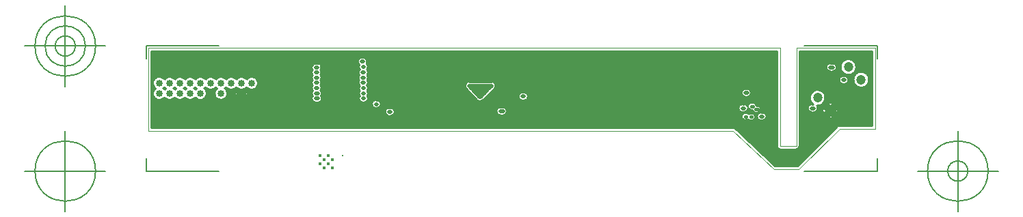
<source format=gbr>
G04 Generated by Ultiboard 14.2 *
%FSLAX46Y46*%
%MOIN*%

%ADD10C,0.000001*%
%ADD11C,0.020000*%
%ADD12C,0.010000*%
%ADD13C,0.015000*%
%ADD14C,0.005000*%
%ADD15C,0.000050*%
%ADD16C,0.015748*%
%ADD17C,0.011811*%
%ADD18C,0.033465*%
%ADD19C,0.047244*%


G04 ColorRGB 999900 for the following layer *
%LN_uc451855c42657794dc1*%
%LPD*%
G54D10*
G36*
X3064927Y-85000D02*
X3064927Y-85000D01*
X3064927Y378628D01*
X15073Y378628D01*
X15073Y5073D01*
X2849972Y5073D01*
G75*
D01*
G02X2855508Y4030I28J-15073*
G01*
G74*
D01*
G02X2860310Y994I5508J14030*
G01*
X2860310Y994D01*
X3055945Y-181778D01*
X3163827Y-181778D01*
X3359427Y10742D01*
G74*
D01*
G02X3366699Y14707I10573J10742*
G01*
G75*
D01*
G02X3370000Y15073I3301J-14707*
G01*
X3370000Y15073D01*
X3528235Y15073D01*
X3528235Y378628D01*
X3175073Y378628D01*
X3175073Y-85000D01*
G75*
D01*
G02X3160000Y-100073I-15073J0*
G01*
X3160000Y-100073D01*
X3080000Y-100073D01*
G75*
D01*
G02X3064927Y-85000I0J15073*
G01*
D02*
G37*
%LPC*%
G36*
X1874691Y207759D02*
G75*
D01*
G02X1874691Y207759I2809J-2759*
G01*
D02*
G37*
G36*
X1878004Y225533D02*
G74*
D01*
G02X1878701Y227336I16996J5533*
G01*
X1878701Y227336D01*
X1884658Y221378D01*
G74*
D01*
G02X1884836Y221299I7158J16378*
G01*
X1884836Y221299D01*
X1884786Y221250D01*
X1886036Y220000D01*
X1884786Y218750D01*
X1884836Y218701D01*
G74*
D01*
G02X1884658Y218622I7336J16299*
G01*
X1884658Y218622D01*
X1878701Y212664D01*
G74*
D01*
G02X1878004Y214467I16299J7336*
G01*
X1878004Y214467D01*
X1877500Y213964D01*
X1874691Y216772D01*
X1874691Y216772D01*
X1873990Y217474D01*
G74*
D01*
G02X1870164Y218701I3510J17526*
G01*
X1870164Y218701D01*
X1871464Y220000D01*
X1870164Y221299D01*
G74*
D01*
G02X1873990Y222526I7336J16299*
G01*
X1873990Y222526D01*
X1874691Y223228D01*
X1874691Y223228D01*
X1877500Y226036D01*
X1878004Y225533D01*
D02*
G37*
G36*
X1874691Y237759D02*
G75*
D01*
G02X1874691Y237759I2809J-2759*
G01*
D02*
G37*
G36*
X1884836Y251299D02*
X1884836Y251299D01*
X1877500Y243964D01*
X1874691Y246772D01*
X1874691Y246772D01*
X1870164Y251299D01*
G75*
D01*
G02X1884836Y251299I7336J-16299*
G01*
D02*
G37*
G36*
X1884836Y188701D02*
G75*
D01*
G02X1870164Y188701I-7336J16299*
G01*
X1870164Y188701D01*
X1874691Y193228D01*
X1874691Y193228D01*
X1877500Y196036D01*
X1884836Y188701D01*
D02*
G37*
G36*
X2826299Y152336D02*
G75*
D01*
G02X2826299Y137664I-16299J-7336*
G01*
X2826299Y137664D01*
X2819573Y144391D01*
X2819573Y144391D01*
X2818964Y145000D01*
X2819573Y145609D01*
X2819573Y145609D01*
X2826299Y152336D01*
D02*
G37*
G36*
X816063Y327500D02*
G75*
D01*
G02X816063Y327500I3937J0*
G01*
D02*
G37*
G36*
X790164Y343799D02*
G75*
D01*
G02X804836Y343799I7336J-16299*
G01*
X804836Y343799D01*
X797500Y336464D01*
X790164Y343799D01*
D02*
G37*
G36*
X793563Y327500D02*
G75*
D01*
G02X793563Y327500I3937J0*
G01*
D02*
G37*
G36*
X826201Y334836D02*
X826201Y334836D01*
X831250Y329786D01*
X836299Y334836D01*
G75*
D01*
G02X836299Y320164I-16299J-7336*
G01*
X836299Y320164D01*
X831250Y325214D01*
X826201Y320164D01*
G75*
D01*
G02X826201Y334836I16299J7336*
G01*
D02*
G37*
G36*
X835164Y343799D02*
G75*
D01*
G02X849836Y343799I7336J-16299*
G01*
X849836Y343799D01*
X842500Y336464D01*
X835164Y343799D01*
D02*
G37*
G36*
X858799Y334836D02*
G75*
D01*
G02X858799Y320164I-16299J-7336*
G01*
X858799Y320164D01*
X851464Y327500D01*
X858799Y334836D01*
D02*
G37*
G36*
X838563Y327500D02*
G75*
D01*
G02X838563Y327500I3937J0*
G01*
D02*
G37*
G36*
X813799Y334836D02*
G75*
D01*
G02X813799Y320164I-16299J-7336*
G01*
X813799Y320164D01*
X808750Y325214D01*
X803701Y320164D01*
G75*
D01*
G02X803701Y334836I16299J7336*
G01*
X803701Y334836D01*
X808750Y329786D01*
X813799Y334836D01*
D02*
G37*
G36*
X812664Y343799D02*
G75*
D01*
G02X827336Y343799I7336J-16299*
G01*
X827336Y343799D01*
X820000Y336464D01*
X812664Y343799D01*
D02*
G37*
G36*
X781201Y334836D02*
X781201Y334836D01*
X788536Y327500D01*
X781201Y320164D01*
G75*
D01*
G02X781201Y334836I16299J7336*
G01*
D02*
G37*
G36*
X712664Y186299D02*
G75*
D01*
G02X727336Y186299I7336J-16299*
G01*
X727336Y186299D01*
X720000Y178964D01*
X712664Y186299D01*
D02*
G37*
G36*
X736299Y177336D02*
G75*
D01*
G02X736299Y162664I-16299J-7336*
G01*
X736299Y162664D01*
X728964Y170000D01*
X736299Y177336D01*
D02*
G37*
G36*
X716063Y170000D02*
G75*
D01*
G02X716063Y170000I3937J0*
G01*
D02*
G37*
G36*
X703701Y177336D02*
X703701Y177336D01*
X711036Y170000D01*
X703701Y162664D01*
G75*
D01*
G02X703701Y177336I16299J7336*
G01*
D02*
G37*
G36*
X563701Y174836D02*
X563701Y174836D01*
X571036Y167500D01*
X563701Y160164D01*
G75*
D01*
G02X563701Y174836I16299J7336*
G01*
D02*
G37*
G36*
X572664Y183799D02*
G75*
D01*
G02X587336Y183799I7336J-16299*
G01*
X587336Y183799D01*
X580000Y176464D01*
X572664Y183799D01*
D02*
G37*
G36*
X576063Y167500D02*
G75*
D01*
G02X576063Y167500I3937J0*
G01*
D02*
G37*
G36*
X596996Y161967D02*
G74*
D01*
G02X596299Y160164I16996J5533*
G01*
X596299Y160164D01*
X588964Y167500D01*
X596299Y174836D01*
G74*
D01*
G02X597872Y167747I16299J7336*
G01*
G75*
D01*
G02X607336Y166299I2128J-17747*
G01*
X607336Y166299D01*
X600000Y158964D01*
X596996Y161967D01*
D02*
G37*
G36*
X533937Y184874D02*
G75*
D01*
G02X533937Y158827I-28937J-13024*
G01*
X533937Y158827D01*
X520913Y171850D01*
X533937Y184874D01*
D02*
G37*
G36*
X493189Y171850D02*
G75*
D01*
G02X493189Y171850I11811J0*
G01*
D02*
G37*
G36*
X433937Y184874D02*
G74*
D01*
G02X436638Y174299I28937J13024*
G01*
X436638Y174299D01*
X439086Y171850D01*
X436638Y169401D01*
G74*
D01*
G02X433937Y158827I31638J2449*
G01*
X433937Y158827D01*
X430000Y162764D01*
X426063Y158827D01*
G74*
D01*
G02X423362Y169401I28937J13023*
G01*
X423362Y169401D01*
X420913Y171850D01*
X423362Y174299D01*
G74*
D01*
G02X426063Y184874I31638J2449*
G01*
X426063Y184874D01*
X430000Y180937D01*
X433937Y184874D01*
D02*
G37*
G36*
X443189Y171850D02*
G75*
D01*
G02X443189Y171850I11811J0*
G01*
D02*
G37*
G36*
X476063Y184874D02*
X476063Y184874D01*
X480000Y180937D01*
X483937Y184874D01*
G74*
D01*
G02X486638Y174299I28937J13024*
G01*
X486638Y174299D01*
X489086Y171850D01*
X486638Y169401D01*
G74*
D01*
G02X483937Y158827I31638J2449*
G01*
X483937Y158827D01*
X480000Y162764D01*
X476063Y158827D01*
G74*
D01*
G02X473362Y169401I28937J13023*
G01*
X473362Y169401D01*
X470913Y171850D01*
X473362Y174299D01*
G74*
D01*
G02X476063Y184874I31638J2449*
G01*
D02*
G37*
G36*
X393189Y171850D02*
G75*
D01*
G02X393189Y171850I11811J0*
G01*
D02*
G37*
G36*
X293189Y171850D02*
G75*
D01*
G02X293189Y171850I11811J0*
G01*
D02*
G37*
G36*
X802576Y313460D02*
G75*
D01*
G02X817500Y320097I14924J-13460*
G01*
X817500Y320097D01*
X825000Y320097D01*
G74*
D01*
G02X838683Y314719I0J20097*
G01*
X838683Y314719D01*
X842500Y318536D01*
X849836Y311201D01*
G74*
D01*
G02X842641Y309627I7336J16299*
G01*
G75*
D01*
G02X840736Y287500I-17641J-9627*
G01*
G75*
D01*
G02X840736Y262500I-15736J-12500*
G01*
G75*
D01*
G02X840736Y237500I-15736J-12500*
G01*
G75*
D01*
G02X840736Y212500I-15736J-12500*
G01*
G75*
D01*
G02X840793Y187572I-15736J-12500*
G01*
G75*
D01*
G02X843236Y160000I-13293J-15072*
G01*
G75*
D01*
G02X827500Y127403I-15736J-12500*
G01*
X827500Y127403D01*
X817500Y127403D01*
G75*
D01*
G02X801764Y160000I0J20097*
G01*
G75*
D01*
G02X802843Y186250I15736J12500*
G01*
G75*
D01*
G02X801764Y212500I14657J13750*
G01*
G75*
D01*
G02X801764Y237500I15736J12500*
G01*
G75*
D01*
G02X801764Y262500I15736J12500*
G01*
G75*
D01*
G02X801764Y287500I15736J12500*
G01*
G75*
D01*
G02X799952Y309795I15736J12500*
G01*
G75*
D01*
G02X790164Y311201I-2452J17705*
G01*
X790164Y311201D01*
X797500Y318536D01*
X802576Y313460D01*
D02*
G37*
G36*
X727336Y153701D02*
G75*
D01*
G02X712664Y153701I-7336J16299*
G01*
X712664Y153701D01*
X720000Y161036D01*
X727336Y153701D01*
D02*
G37*
G36*
X616299Y157336D02*
G75*
D01*
G02X616299Y142664I-16299J-7336*
G01*
X616299Y142664D01*
X608964Y150000D01*
X616299Y157336D01*
D02*
G37*
G36*
X607336Y133701D02*
G75*
D01*
G02X592664Y133701I-7336J16299*
G01*
X592664Y133701D01*
X600000Y141036D01*
X607336Y133701D01*
D02*
G37*
G36*
X596063Y150000D02*
G75*
D01*
G02X596063Y150000I3937J0*
G01*
D02*
G37*
G36*
X582128Y149753D02*
G75*
D01*
G02X572664Y151201I-2128J17747*
G01*
X572664Y151201D01*
X580000Y158536D01*
X583004Y155533D01*
G74*
D01*
G02X583701Y157336I16996J5533*
G01*
X583701Y157336D01*
X591036Y150000D01*
X583701Y142664D01*
G74*
D01*
G02X582128Y149753I16299J7336*
G01*
D02*
G37*
G36*
X518023Y142914D02*
G75*
D01*
G02X491977Y142914I-13023J28936*
G01*
X491977Y142914D01*
X505000Y155937D01*
X518023Y142914D01*
D02*
G37*
G36*
X468023Y142914D02*
G75*
D01*
G02X441977Y142914I-13023J28936*
G01*
X441977Y142914D01*
X455000Y155937D01*
X468023Y142914D01*
D02*
G37*
G36*
X418023Y142914D02*
G75*
D01*
G02X391977Y142914I-13023J28936*
G01*
X391977Y142914D01*
X405000Y155937D01*
X418023Y142914D01*
D02*
G37*
G36*
X318023Y142914D02*
G75*
D01*
G02X291977Y142914I-13023J28936*
G01*
X291977Y142914D01*
X305000Y155937D01*
X318023Y142914D01*
D02*
G37*
G36*
X507449Y190213D02*
X507449Y190213D01*
X505000Y187764D01*
X502551Y190213D01*
G74*
D01*
G02X480000Y202307I2449J31637*
G01*
G74*
D01*
G02X457449Y190213I25000J19543*
G01*
X457449Y190213D01*
X455000Y187764D01*
X452551Y190213D01*
G74*
D01*
G02X430000Y202307I2449J31637*
G01*
G74*
D01*
G02X407449Y190213I25000J19543*
G01*
X407449Y190213D01*
X405000Y187764D01*
X402551Y190213D01*
G74*
D01*
G02X380000Y202307I2449J31637*
G01*
G74*
D01*
G02X374543Y196850I25000J19543*
G01*
G74*
D01*
G02X386638Y174299I19543J25000*
G01*
X386638Y174299D01*
X389086Y171850D01*
X386638Y169401D01*
G75*
D01*
G02X323362Y169401I-31638J2449*
G01*
X323362Y169401D01*
X320913Y171850D01*
X323362Y174299D01*
G74*
D01*
G02X335457Y196850I31638J2449*
G01*
G74*
D01*
G02X330000Y202307I19543J25000*
G01*
G74*
D01*
G02X307449Y190213I25000J19543*
G01*
X307449Y190213D01*
X305000Y187764D01*
X302551Y190213D01*
G74*
D01*
G02X280000Y202307I2449J31637*
G01*
G74*
D01*
G02X274543Y196850I25000J19543*
G01*
G74*
D01*
G02X286638Y174299I19543J25000*
G01*
X286638Y174299D01*
X289086Y171850D01*
X286638Y169401D01*
G75*
D01*
G02X230000Y152307I-31638J2449*
G01*
G75*
D01*
G02X180000Y152307I-25000J19543*
G01*
G75*
D01*
G02X130000Y152307I-25000J19543*
G01*
G75*
D01*
G02X80000Y152307I-25000J19543*
G01*
G75*
D01*
G02X35457Y196850I-25000J19543*
G01*
G75*
D01*
G02X80000Y241394I19543J25000*
G01*
G75*
D01*
G02X130000Y241394I25000J-19544*
G01*
G75*
D01*
G02X180000Y241394I25000J-19544*
G01*
G75*
D01*
G02X230000Y241394I25000J-19544*
G01*
G75*
D01*
G02X280000Y241394I25000J-19544*
G01*
G75*
D01*
G02X330000Y241394I25000J-19544*
G01*
G75*
D01*
G02X380000Y241394I25000J-19544*
G01*
G75*
D01*
G02X430000Y241394I25000J-19544*
G01*
G75*
D01*
G02X480000Y241394I25000J-19544*
G01*
G75*
D01*
G02X507449Y190213I25000J-19544*
G01*
D02*
G37*
G36*
X1148799Y337336D02*
G75*
D01*
G02X1148799Y322664I-16299J-7336*
G01*
X1148799Y322664D01*
X1141464Y330000D01*
X1148799Y337336D01*
D02*
G37*
G36*
X1125164Y346299D02*
G75*
D01*
G02X1139836Y346299I7336J-16299*
G01*
X1139836Y346299D01*
X1132500Y338964D01*
X1125164Y346299D01*
D02*
G37*
G36*
X1116201Y337336D02*
X1116201Y337336D01*
X1123536Y330000D01*
X1116201Y322664D01*
G75*
D01*
G02X1116201Y337336I16299J7336*
G01*
D02*
G37*
G36*
X1139836Y313701D02*
G75*
D01*
G02X1125164Y313701I-7336J16299*
G01*
X1125164Y313701D01*
X1132500Y321036D01*
X1139836Y313701D01*
D02*
G37*
G36*
X1031764Y160000D02*
G75*
D01*
G02X1031764Y185000I15736J12500*
G01*
G75*
D01*
G02X1031707Y209928I15736J12500*
G01*
G75*
D01*
G02X1029264Y237500I13293J15072*
G01*
G75*
D01*
G02X1029264Y262500I15736J12500*
G01*
G75*
D01*
G02X1031707Y290072I15736J12500*
G01*
G75*
D01*
G02X1029765Y311953I15793J12428*
G01*
G75*
D01*
G02X1042500Y347597I12735J15547*
G01*
X1042500Y347597D01*
X1047500Y347597D01*
G75*
D01*
G02X1065235Y318047I0J-20097*
G01*
G75*
D01*
G02X1067157Y288750I-12735J-15547*
G01*
G75*
D01*
G02X1068236Y262500I-14657J-13750*
G01*
G75*
D01*
G02X1068236Y237500I-15736J-12500*
G01*
G75*
D01*
G02X1067157Y211250I-15736J-12500*
G01*
G75*
D01*
G02X1068236Y185000I-14657J-13750*
G01*
G75*
D01*
G02X1068236Y160000I-15736J-12500*
G01*
G75*
D01*
G02X1052500Y127403I-15736J-12500*
G01*
X1052500Y127403D01*
X1047500Y127403D01*
G75*
D01*
G02X1031764Y160000I0J20097*
G01*
D02*
G37*
G36*
X1861201Y212336D02*
X1861201Y212336D01*
X1868536Y205000D01*
X1861201Y197664D01*
G75*
D01*
G02X1861201Y212336I16299J7336*
G01*
D02*
G37*
G36*
X1822970Y177494D02*
X1822970Y177494D01*
X1818964Y181500D01*
X1826299Y188836D01*
G75*
D01*
G02X1827443Y177597I-16299J-7336*
G01*
X1827443Y177597D01*
X1832500Y177597D01*
G75*
D01*
G02X1832500Y137403I0J-20097*
G01*
X1832500Y137403D01*
X1825000Y137403D01*
G75*
D01*
G02X1806010Y164077I0J20097*
G01*
G74*
D01*
G02X1802664Y165201I3990J17423*
G01*
X1802664Y165201D01*
X1810000Y172536D01*
X1810808Y171729D01*
G74*
D01*
G02X1822970Y177494I14192J14229*
G01*
D02*
G37*
G36*
X1806063Y181500D02*
G75*
D01*
G02X1806063Y181500I3937J0*
G01*
D02*
G37*
G36*
X1861201Y242336D02*
X1861201Y242336D01*
X1868536Y235000D01*
X1861201Y227664D01*
G75*
D01*
G02X1861201Y242336I16299J7336*
G01*
D02*
G37*
G36*
X1746063Y181500D02*
G75*
D01*
G02X1746063Y181500I3937J0*
G01*
D02*
G37*
G36*
X1757336Y165201D02*
G75*
D01*
G02X1742664Y165201I-7336J16299*
G01*
X1742664Y165201D01*
X1750000Y172536D01*
X1757336Y165201D01*
D02*
G37*
G36*
X1766299Y188836D02*
G75*
D01*
G02X1766299Y174164I-16299J-7336*
G01*
X1766299Y174164D01*
X1758964Y181500D01*
X1766299Y188836D01*
D02*
G37*
G36*
X1742664Y197799D02*
G75*
D01*
G02X1757336Y197799I7336J-16299*
G01*
X1757336Y197799D01*
X1750000Y190464D01*
X1742664Y197799D01*
D02*
G37*
G36*
X1793701Y188836D02*
X1793701Y188836D01*
X1801036Y181500D01*
X1793701Y174164D01*
G75*
D01*
G02X1793701Y188836I16299J7336*
G01*
D02*
G37*
G36*
X1802664Y197799D02*
G75*
D01*
G02X1817336Y197799I7336J-16299*
G01*
X1817336Y197799D01*
X1810000Y190464D01*
X1802664Y197799D01*
D02*
G37*
G36*
X1733701Y188836D02*
X1733701Y188836D01*
X1741036Y181500D01*
X1733701Y174164D01*
G75*
D01*
G02X1733701Y188836I16299J7336*
G01*
D02*
G37*
G36*
X1546586Y218049D02*
X1546586Y218049D01*
X1540000Y211464D01*
X1536299Y215164D01*
X1532664Y218799D01*
X1528964Y222500D01*
X1536299Y229836D01*
G75*
D01*
G02X1537729Y220229I-16299J-7336*
G01*
G75*
D01*
G02X1547004Y218945I2271J-17729*
G01*
G75*
D01*
G02X1565027Y230097I17996J-8945*
G01*
X1565027Y230097D01*
X1675000Y230097D01*
G75*
D01*
G02X1689187Y195766I0J-20097*
G01*
X1689187Y195766D01*
X1634234Y140813D01*
G74*
D01*
G02X1626956Y136145I14234J14187*
G01*
G75*
D01*
G02X1619969Y134903I-6956J18855*
G01*
X1619969Y134903D01*
X1615000Y134903D01*
G75*
D01*
G02X1610737Y135361I0J20097*
G01*
G74*
D01*
G02X1600130Y141481I4263J19639*
G01*
X1600130Y141481D01*
X1550130Y196481D01*
G75*
D01*
G02X1546586Y218049I14870J13519*
G01*
D02*
G37*
G36*
X1687664Y163799D02*
G75*
D01*
G02X1702336Y163799I7336J-16299*
G01*
X1702336Y163799D01*
X1695000Y156464D01*
X1687664Y163799D01*
D02*
G37*
G36*
X1691063Y147500D02*
G75*
D01*
G02X1691063Y147500I3937J0*
G01*
D02*
G37*
G36*
X1698004Y135533D02*
G74*
D01*
G02X1698701Y137336I16996J5533*
G01*
X1698701Y137336D01*
X1706036Y130000D01*
X1698701Y122664D01*
G74*
D01*
G02X1697128Y129753I16299J7336*
G01*
G75*
D01*
G02X1687664Y131201I-2128J17747*
G01*
X1687664Y131201D01*
X1695000Y138536D01*
X1698004Y135533D01*
D02*
G37*
G36*
X1678701Y154836D02*
X1678701Y154836D01*
X1686036Y147500D01*
X1678701Y140164D01*
G75*
D01*
G02X1678701Y154836I16299J7336*
G01*
D02*
G37*
G36*
X1547336Y186201D02*
G75*
D01*
G02X1532664Y186201I-7336J16299*
G01*
X1532664Y186201D01*
X1540000Y193536D01*
X1547336Y186201D01*
D02*
G37*
G36*
X1516063Y222500D02*
G75*
D01*
G02X1516063Y222500I3937J0*
G01*
D02*
G37*
G36*
X1512664Y206201D02*
X1512664Y206201D01*
X1520000Y213536D01*
X1523701Y209836D01*
X1527336Y206201D01*
X1531036Y202500D01*
X1523701Y195164D01*
G75*
D01*
G02X1522271Y204771I16299J7336*
G01*
G75*
D01*
G02X1512664Y206201I-2271J17729*
G01*
D02*
G37*
G36*
X1503701Y229836D02*
X1503701Y229836D01*
X1511036Y222500D01*
X1503701Y215164D01*
G75*
D01*
G02X1503701Y229836I16299J7336*
G01*
D02*
G37*
G36*
X1536063Y202500D02*
G75*
D01*
G02X1536063Y202500I3937J0*
G01*
D02*
G37*
G36*
X1512664Y238799D02*
G75*
D01*
G02X1527336Y238799I7336J-16299*
G01*
X1527336Y238799D01*
X1520000Y231464D01*
X1512664Y238799D01*
D02*
G37*
G36*
X1436299Y182336D02*
G75*
D01*
G02X1436299Y167664I-16299J-7336*
G01*
X1436299Y167664D01*
X1428964Y175000D01*
X1436299Y182336D01*
D02*
G37*
G36*
X1376063Y175000D02*
G75*
D01*
G02X1376063Y175000I3937J0*
G01*
D02*
G37*
G36*
X1403701Y182336D02*
X1403701Y182336D01*
X1411036Y175000D01*
X1407336Y171299D01*
X1406203Y170167D01*
X1403701Y167664D01*
X1400000Y163964D01*
X1396299Y167664D01*
X1392664Y171299D01*
X1388964Y175000D01*
X1396299Y182336D01*
G75*
D01*
G02X1397729Y172729I-16299J-7336*
G01*
G75*
D01*
G02X1402271Y172729I2271J-17729*
G01*
G75*
D01*
G02X1403701Y182336I17729J2271*
G01*
D02*
G37*
G36*
X1372664Y191299D02*
G75*
D01*
G02X1387336Y191299I7336J-16299*
G01*
X1387336Y191299D01*
X1380000Y183964D01*
X1372664Y191299D01*
D02*
G37*
G36*
X1356299Y182336D02*
G75*
D01*
G02X1357729Y172729I-16299J-7336*
G01*
G75*
D01*
G02X1362271Y172729I2271J-17729*
G01*
G75*
D01*
G02X1363701Y182336I17729J2271*
G01*
X1363701Y182336D01*
X1371036Y175000D01*
X1363701Y167664D01*
X1360000Y163964D01*
X1356299Y167664D01*
X1352664Y171299D01*
X1348964Y175000D01*
X1356299Y182336D01*
D02*
G37*
G36*
X1356299Y232336D02*
G75*
D01*
G02X1356299Y217664I-16299J-7336*
G01*
X1356299Y217664D01*
X1348964Y225000D01*
X1356299Y232336D01*
D02*
G37*
G36*
X1416063Y175000D02*
G75*
D01*
G02X1416063Y175000I3937J0*
G01*
D02*
G37*
G36*
X1412664Y191299D02*
G75*
D01*
G02X1427336Y191299I7336J-16299*
G01*
X1427336Y191299D01*
X1420000Y183964D01*
X1412664Y191299D01*
D02*
G37*
G36*
X1323701Y232336D02*
X1323701Y232336D01*
X1331036Y225000D01*
X1323701Y217664D01*
G75*
D01*
G02X1323701Y232336I16299J7336*
G01*
D02*
G37*
G36*
X1323701Y182336D02*
X1323701Y182336D01*
X1331036Y175000D01*
X1323701Y167664D01*
G75*
D01*
G02X1323701Y182336I16299J7336*
G01*
D02*
G37*
G36*
X1336063Y225000D02*
G75*
D01*
G02X1336063Y225000I3937J0*
G01*
D02*
G37*
G36*
X1347336Y208701D02*
G75*
D01*
G02X1332664Y208701I-7336J16299*
G01*
X1332664Y208701D01*
X1340000Y216036D01*
X1347336Y208701D01*
D02*
G37*
G36*
X1332664Y241299D02*
G75*
D01*
G02X1347336Y241299I7336J-16299*
G01*
X1347336Y241299D01*
X1340000Y233964D01*
X1332664Y241299D01*
D02*
G37*
G36*
X1336063Y175000D02*
G75*
D01*
G02X1336063Y175000I3937J0*
G01*
D02*
G37*
G36*
X1332664Y191299D02*
G75*
D01*
G02X1347336Y191299I7336J-16299*
G01*
X1347336Y191299D01*
X1340000Y183964D01*
X1332664Y191299D01*
D02*
G37*
G36*
X1711063Y130000D02*
G75*
D01*
G02X1711063Y130000I3937J0*
G01*
D02*
G37*
G36*
X1722336Y113701D02*
G75*
D01*
G02X1707664Y113701I-7336J16299*
G01*
X1707664Y113701D01*
X1715000Y121036D01*
X1722336Y113701D01*
D02*
G37*
G36*
X1711996Y141967D02*
G74*
D01*
G02X1711299Y140164I16996J5533*
G01*
X1711299Y140164D01*
X1703964Y147500D01*
X1711299Y154836D01*
G74*
D01*
G02X1712872Y147747I16299J7336*
G01*
G75*
D01*
G02X1722336Y146299I2128J-17747*
G01*
X1722336Y146299D01*
X1715000Y138964D01*
X1711996Y141967D01*
D02*
G37*
G36*
X1731299Y137336D02*
G75*
D01*
G02X1731299Y122664I-16299J-7336*
G01*
X1731299Y122664D01*
X1723964Y130000D01*
X1731299Y137336D01*
D02*
G37*
G36*
X1587664Y91299D02*
G75*
D01*
G02X1602336Y91299I7336J-16299*
G01*
X1602336Y91299D01*
X1595000Y83964D01*
X1587664Y91299D01*
D02*
G37*
G36*
X1436299Y142336D02*
G75*
D01*
G02X1436299Y127664I-16299J-7336*
G01*
X1436299Y127664D01*
X1428964Y135000D01*
X1436299Y142336D01*
D02*
G37*
G36*
X1436299Y102336D02*
G75*
D01*
G02X1436299Y87664I-16299J-7336*
G01*
X1436299Y87664D01*
X1428964Y95000D01*
X1436299Y102336D01*
D02*
G37*
G36*
X1447664Y86299D02*
G75*
D01*
G02X1462336Y86299I7336J-16299*
G01*
X1462336Y86299D01*
X1455000Y78964D01*
X1447664Y86299D01*
D02*
G37*
G36*
X1356063Y115000D02*
G75*
D01*
G02X1356063Y115000I3937J0*
G01*
D02*
G37*
G36*
X1352664Y98701D02*
X1352664Y98701D01*
X1356299Y102336D01*
X1360000Y106036D01*
X1363701Y102336D01*
X1367336Y98701D01*
X1371036Y95000D01*
X1367336Y91299D01*
X1363701Y87664D01*
X1360000Y83964D01*
X1356299Y87664D01*
X1352664Y91299D01*
X1348964Y95000D01*
X1352664Y98701D01*
D02*
G37*
G36*
X1372664Y118701D02*
X1372664Y118701D01*
X1372664Y118701D01*
X1380000Y126036D01*
X1383701Y122336D01*
X1387336Y118701D01*
X1391036Y115000D01*
X1387336Y111299D01*
X1383701Y107664D01*
X1380000Y103964D01*
X1372664Y111299D01*
X1372664Y111299D01*
X1372664Y111299D01*
X1368964Y115000D01*
X1372664Y118701D01*
D02*
G37*
G36*
X1367336Y131299D02*
X1367336Y131299D01*
X1363701Y127664D01*
X1360000Y123964D01*
X1356299Y127664D01*
X1352664Y131299D01*
X1348964Y135000D01*
X1352664Y138701D01*
X1356299Y142336D01*
X1360000Y146036D01*
X1363701Y142336D01*
X1367336Y138701D01*
X1371036Y135000D01*
X1367336Y131299D01*
D02*
G37*
G36*
X1332664Y111299D02*
G75*
D01*
G02X1342271Y112729I7336J-16299*
G01*
G75*
D01*
G02X1342271Y117271I17729J2271*
G01*
G75*
D01*
G02X1332664Y118701I-2271J17729*
G01*
X1332664Y118701D01*
X1340000Y126036D01*
X1343701Y122336D01*
X1347336Y118701D01*
X1351036Y115000D01*
X1347336Y111299D01*
X1343701Y107664D01*
X1340000Y103964D01*
X1332664Y111299D01*
D02*
G37*
G36*
X1376063Y135000D02*
G75*
D01*
G02X1376063Y135000I3937J0*
G01*
D02*
G37*
G36*
X1393306Y139343D02*
X1393306Y139343D01*
X1400000Y146036D01*
X1404679Y141358D01*
X1411036Y135000D01*
X1407336Y131299D01*
X1406749Y130712D01*
X1403701Y127664D01*
X1400000Y123964D01*
X1396299Y127664D01*
X1395321Y128642D01*
X1392664Y131299D01*
X1388964Y135000D01*
X1393306Y139343D01*
D02*
G37*
G36*
X1387336Y151299D02*
X1387336Y151299D01*
X1387336Y151299D01*
X1380000Y143964D01*
X1376299Y147664D01*
X1376299Y147664D01*
X1376299Y147664D01*
X1368964Y155000D01*
X1372664Y158701D01*
X1376299Y162336D01*
X1380000Y166036D01*
X1383701Y162336D01*
X1387336Y158701D01*
X1391036Y155000D01*
X1387336Y151299D01*
D02*
G37*
G36*
X1376063Y95000D02*
G75*
D01*
G02X1376063Y95000I3937J0*
G01*
D02*
G37*
G36*
X1392664Y98701D02*
X1392664Y98701D01*
X1392664Y98701D01*
X1400000Y106036D01*
X1403701Y102336D01*
X1407336Y98701D01*
X1411036Y95000D01*
X1407336Y91299D01*
X1406694Y90657D01*
X1403701Y87664D01*
X1400000Y83964D01*
X1392664Y91299D01*
X1392664Y91299D01*
X1392664Y91299D01*
X1388964Y95000D01*
X1392664Y98701D01*
D02*
G37*
G36*
X1396063Y115000D02*
G75*
D01*
G02X1396063Y115000I3937J0*
G01*
D02*
G37*
G36*
X1427336Y158701D02*
G75*
D01*
G02X1417729Y157271I-7336J16299*
G01*
G75*
D01*
G02X1417729Y152729I-17729J-2271*
G01*
G75*
D01*
G02X1427336Y151299I2271J-17729*
G01*
X1427336Y151299D01*
X1420000Y143964D01*
X1416299Y147664D01*
X1412664Y151299D01*
X1408964Y155000D01*
X1412664Y158701D01*
X1416299Y162336D01*
X1420000Y166036D01*
X1427336Y158701D01*
D02*
G37*
G36*
X1427336Y118701D02*
G75*
D01*
G02X1417729Y117271I-7336J16299*
G01*
G75*
D01*
G02X1417729Y112729I-17729J-2271*
G01*
G75*
D01*
G02X1427336Y111299I2271J-17729*
G01*
X1427336Y111299D01*
X1420000Y103964D01*
X1416299Y107664D01*
X1412664Y111299D01*
X1408964Y115000D01*
X1412664Y118701D01*
X1416299Y122336D01*
X1420000Y126036D01*
X1427336Y118701D01*
D02*
G37*
G36*
X1416063Y135000D02*
G75*
D01*
G02X1416063Y135000I3937J0*
G01*
D02*
G37*
G36*
X1416063Y95000D02*
G75*
D01*
G02X1416063Y95000I3937J0*
G01*
D02*
G37*
G36*
X1396063Y155000D02*
G75*
D01*
G02X1396063Y155000I3937J0*
G01*
D02*
G37*
G36*
X1356063Y155000D02*
G75*
D01*
G02X1356063Y155000I3937J0*
G01*
D02*
G37*
G36*
X1332664Y151299D02*
G75*
D01*
G02X1342271Y152729I7336J-16299*
G01*
G75*
D01*
G02X1342271Y157271I17729J2271*
G01*
G75*
D01*
G02X1332664Y158701I-2271J17729*
G01*
X1332664Y158701D01*
X1340000Y166036D01*
X1343701Y162336D01*
X1347336Y158701D01*
X1351036Y155000D01*
X1347336Y151299D01*
X1343701Y147664D01*
X1340000Y143964D01*
X1332664Y151299D01*
D02*
G37*
G36*
X1323701Y142336D02*
X1323701Y142336D01*
X1331036Y135000D01*
X1323701Y127664D01*
G75*
D01*
G02X1323701Y142336I16299J7336*
G01*
D02*
G37*
G36*
X1323701Y102336D02*
X1323701Y102336D01*
X1331036Y95000D01*
X1323701Y87664D01*
G75*
D01*
G02X1323701Y102336I16299J7336*
G01*
D02*
G37*
G36*
X1295164Y86299D02*
G75*
D01*
G02X1309836Y86299I7336J-16299*
G01*
X1309836Y86299D01*
X1302500Y78964D01*
X1295164Y86299D01*
D02*
G37*
G36*
X1336063Y135000D02*
G75*
D01*
G02X1336063Y135000I3937J0*
G01*
D02*
G37*
G36*
X1336063Y95000D02*
G75*
D01*
G02X1336063Y95000I3937J0*
G01*
D02*
G37*
G36*
X1206063Y120000D02*
G75*
D01*
G02X1206063Y120000I3937J0*
G01*
D02*
G37*
G36*
X1217336Y103701D02*
G75*
D01*
G02X1202664Y103701I-7336J16299*
G01*
X1202664Y103701D01*
X1210000Y111036D01*
X1217336Y103701D01*
D02*
G37*
G36*
X1226299Y127336D02*
G75*
D01*
G02X1226299Y112664I-16299J-7336*
G01*
X1226299Y112664D01*
X1218964Y120000D01*
X1226299Y127336D01*
D02*
G37*
G36*
X1202664Y136299D02*
G75*
D01*
G02X1217336Y136299I7336J-16299*
G01*
X1217336Y136299D01*
X1210000Y128964D01*
X1202664Y136299D01*
D02*
G37*
G36*
X1193701Y127336D02*
X1193701Y127336D01*
X1201036Y120000D01*
X1193701Y112664D01*
G75*
D01*
G02X1193701Y127336I16299J7336*
G01*
D02*
G37*
G36*
X1102664Y96299D02*
G75*
D01*
G02X1117336Y96299I7336J-16299*
G01*
X1117336Y96299D01*
X1110000Y88964D01*
X1102664Y96299D01*
D02*
G37*
G36*
X1089903Y120000D02*
G75*
D01*
G02X1110000Y140097I20097J0*
G01*
X1110000Y140097D01*
X1115000Y140097D01*
G74*
D01*
G02X1135097Y120000I0J20097*
G01*
G75*
D01*
G02X1115000Y99903I-20097J0*
G01*
X1115000Y99903D01*
X1110000Y99903D01*
G75*
D01*
G02X1089903Y120000I0J20097*
G01*
D02*
G37*
G36*
X1697403Y85000D02*
G75*
D01*
G02X1717500Y105097I20097J0*
G01*
X1717500Y105097D01*
X1730000Y105097D01*
G74*
D01*
G02X1750097Y85000I0J20097*
G01*
G75*
D01*
G02X1730000Y64903I-20097J0*
G01*
X1730000Y64903D01*
X1717500Y64903D01*
G75*
D01*
G02X1697403Y85000I0J20097*
G01*
D02*
G37*
G36*
X1602336Y58701D02*
G75*
D01*
G02X1587664Y58701I-7336J16299*
G01*
X1587664Y58701D01*
X1595000Y66036D01*
X1602336Y58701D01*
D02*
G37*
G36*
X1591063Y75000D02*
G75*
D01*
G02X1591063Y75000I3937J0*
G01*
D02*
G37*
G36*
X1611299Y82336D02*
G75*
D01*
G02X1611299Y67664I-16299J-7336*
G01*
X1611299Y67664D01*
X1603964Y75000D01*
X1611299Y82336D01*
D02*
G37*
G36*
X1578701Y82336D02*
X1578701Y82336D01*
X1586036Y75000D01*
X1578701Y67664D01*
G75*
D01*
G02X1578701Y82336I16299J7336*
G01*
D02*
G37*
G36*
X1451063Y70000D02*
G75*
D01*
G02X1451063Y70000I3937J0*
G01*
D02*
G37*
G36*
X1462336Y53701D02*
G75*
D01*
G02X1447664Y53701I-7336J16299*
G01*
X1447664Y53701D01*
X1455000Y61036D01*
X1462336Y53701D01*
D02*
G37*
G36*
X1471299Y77336D02*
G75*
D01*
G02X1471299Y62664I-16299J-7336*
G01*
X1471299Y62664D01*
X1463964Y70000D01*
X1471299Y77336D01*
D02*
G37*
G36*
X1438701Y77336D02*
X1438701Y77336D01*
X1446036Y70000D01*
X1438701Y62664D01*
G75*
D01*
G02X1438701Y77336I16299J7336*
G01*
D02*
G37*
G36*
X1407336Y58701D02*
G75*
D01*
G02X1392664Y58701I-7336J16299*
G01*
X1392664Y58701D01*
X1400000Y66036D01*
X1407336Y58701D01*
D02*
G37*
G36*
X1367336Y58701D02*
G75*
D01*
G02X1352664Y58701I-7336J16299*
G01*
X1352664Y58701D01*
X1360000Y66036D01*
X1367336Y58701D01*
D02*
G37*
G36*
X1383701Y67664D02*
G75*
D01*
G02X1382271Y77271I16299J7336*
G01*
G75*
D01*
G02X1377729Y77271I-2271J17729*
G01*
G75*
D01*
G02X1376299Y67664I-17729J-2271*
G01*
X1376299Y67664D01*
X1368964Y75000D01*
X1372664Y78701D01*
X1376299Y82336D01*
X1380000Y86036D01*
X1383701Y82336D01*
X1387336Y78701D01*
X1391036Y75000D01*
X1383701Y67664D01*
D02*
G37*
G36*
X1427336Y78701D02*
G75*
D01*
G02X1417729Y77271I-7336J16299*
G01*
G75*
D01*
G02X1416299Y67664I-17729J-2271*
G01*
X1416299Y67664D01*
X1408964Y75000D01*
X1412664Y78701D01*
X1416299Y82336D01*
X1420000Y86036D01*
X1427336Y78701D01*
D02*
G37*
G36*
X1396063Y75000D02*
G75*
D01*
G02X1396063Y75000I3937J0*
G01*
D02*
G37*
G36*
X1356063Y75000D02*
G75*
D01*
G02X1356063Y75000I3937J0*
G01*
D02*
G37*
G36*
X1343701Y67664D02*
G75*
D01*
G02X1342271Y77271I16299J7336*
G01*
G75*
D01*
G02X1332664Y78701I-2271J17729*
G01*
X1332664Y78701D01*
X1340000Y86036D01*
X1343701Y82336D01*
X1347336Y78701D01*
X1351036Y75000D01*
X1343701Y67664D01*
D02*
G37*
G36*
X1298563Y70000D02*
G75*
D01*
G02X1298563Y70000I3937J0*
G01*
D02*
G37*
G36*
X1309836Y53701D02*
G75*
D01*
G02X1295164Y53701I-7336J16299*
G01*
X1295164Y53701D01*
X1302500Y61036D01*
X1309836Y53701D01*
D02*
G37*
G36*
X1318799Y77336D02*
G75*
D01*
G02X1318799Y62664I-16299J-7336*
G01*
X1318799Y62664D01*
X1311464Y70000D01*
X1318799Y77336D01*
D02*
G37*
G36*
X1286201Y77336D02*
X1286201Y77336D01*
X1293536Y70000D01*
X1286201Y62664D01*
G75*
D01*
G02X1286201Y77336I16299J7336*
G01*
D02*
G37*
G36*
X1117336Y63701D02*
G75*
D01*
G02X1102664Y63701I-7336J16299*
G01*
X1102664Y63701D01*
X1110000Y71036D01*
X1117336Y63701D01*
D02*
G37*
G36*
X1154903Y82500D02*
G75*
D01*
G02X1175000Y102597I20097J0*
G01*
X1175000Y102597D01*
X1182500Y102597D01*
G74*
D01*
G02X1202597Y82500I0J20097*
G01*
G75*
D01*
G02X1182500Y62403I-20097J0*
G01*
X1182500Y62403D01*
X1175000Y62403D01*
G75*
D01*
G02X1154903Y82500I0J20097*
G01*
D02*
G37*
G36*
X1106063Y80000D02*
G75*
D01*
G02X1106063Y80000I3937J0*
G01*
D02*
G37*
G36*
X1126299Y87336D02*
G75*
D01*
G02X1126299Y72664I-16299J-7336*
G01*
X1126299Y72664D01*
X1118964Y80000D01*
X1126299Y87336D01*
D02*
G37*
G36*
X1093701Y87336D02*
X1093701Y87336D01*
X1101036Y80000D01*
X1093701Y72664D01*
G75*
D01*
G02X1093701Y87336I16299J7336*
G01*
D02*
G37*
G36*
X1128563Y330000D02*
G75*
D01*
G02X1128563Y330000I3937J0*
G01*
D02*
G37*
G36*
X2716063Y245000D02*
G75*
D01*
G02X2716063Y245000I3937J0*
G01*
D02*
G37*
G36*
X2736299Y252336D02*
G75*
D01*
G02X2736299Y237664I-16299J-7336*
G01*
X2736299Y237664D01*
X2728964Y245000D01*
X2736299Y252336D01*
D02*
G37*
G36*
X2712664Y261299D02*
G75*
D01*
G02X2727336Y261299I7336J-16299*
G01*
X2727336Y261299D01*
X2720000Y253964D01*
X2712664Y261299D01*
D02*
G37*
G36*
X2703701Y252336D02*
X2703701Y252336D01*
X2711036Y245000D01*
X2703701Y237664D01*
G75*
D01*
G02X2703701Y252336I16299J7336*
G01*
D02*
G37*
G36*
X2641063Y292500D02*
G75*
D01*
G02X2641063Y292500I3937J0*
G01*
D02*
G37*
G36*
X2637664Y276201D02*
X2637664Y276201D01*
X2645000Y283536D01*
X2648701Y279836D01*
X2652336Y276201D01*
X2656036Y272500D01*
X2648701Y265164D01*
G75*
D01*
G02X2647271Y274771I16299J7336*
G01*
G75*
D01*
G02X2637664Y276201I-2271J17729*
G01*
D02*
G37*
G36*
X2661299Y299836D02*
G75*
D01*
G02X2662729Y290229I-16299J-7336*
G01*
G75*
D01*
G02X2672336Y288799I2271J-17729*
G01*
X2672336Y288799D01*
X2665000Y281464D01*
X2661299Y285164D01*
X2657664Y288799D01*
X2653964Y292500D01*
X2661299Y299836D01*
D02*
G37*
G36*
X2637664Y308799D02*
G75*
D01*
G02X2652336Y308799I7336J-16299*
G01*
X2652336Y308799D01*
X2645000Y301464D01*
X2637664Y308799D01*
D02*
G37*
G36*
X2628701Y299836D02*
X2628701Y299836D01*
X2636036Y292500D01*
X2628701Y285164D01*
G75*
D01*
G02X2628701Y299836I16299J7336*
G01*
D02*
G37*
G36*
X2661063Y272500D02*
G75*
D01*
G02X2661063Y272500I3937J0*
G01*
D02*
G37*
G36*
X2672336Y256201D02*
G75*
D01*
G02X2657664Y256201I-7336J16299*
G01*
X2657664Y256201D01*
X2665000Y263536D01*
X2672336Y256201D01*
D02*
G37*
G36*
X2681299Y279836D02*
G75*
D01*
G02X2681299Y265164I-16299J-7336*
G01*
X2681299Y265164D01*
X2673964Y272500D01*
X2681299Y279836D01*
D02*
G37*
G36*
X2542664Y246299D02*
G75*
D01*
G02X2557336Y246299I7336J-16299*
G01*
X2557336Y246299D01*
X2550000Y238964D01*
X2542664Y246299D01*
D02*
G37*
G36*
X2502664Y246299D02*
G75*
D01*
G02X2517336Y246299I7336J-16299*
G01*
X2517336Y246299D01*
X2510000Y238964D01*
X2502664Y246299D01*
D02*
G37*
G36*
X2462664Y246299D02*
G75*
D01*
G02X2477336Y246299I7336J-16299*
G01*
X2477336Y246299D01*
X2470000Y238964D01*
X2462664Y246299D01*
D02*
G37*
G36*
X1945164Y251299D02*
G75*
D01*
G02X1959836Y251299I7336J-16299*
G01*
X1959836Y251299D01*
X1952500Y243964D01*
X1945164Y251299D01*
D02*
G37*
G36*
X1907664Y251299D02*
G75*
D01*
G02X1922336Y251299I7336J-16299*
G01*
X1922336Y251299D01*
X1915000Y243964D01*
X1907664Y251299D01*
D02*
G37*
G36*
X2788936Y197565D02*
G75*
D01*
G02X2781064Y197565I-3936J-65*
G01*
G74*
D01*
G02X2777664Y198701I3936J17435*
G01*
X2777664Y198701D01*
X2778964Y200000D01*
X2776464Y202500D01*
X2782714Y208750D01*
X2777664Y213799D01*
G74*
D01*
G02X2781064Y214935I7336J16299*
G01*
G75*
D01*
G02X2781082Y215382I3936J65*
G01*
X2781082Y215382D01*
X2776464Y220000D01*
X2782714Y226250D01*
X2777664Y231299D01*
G75*
D01*
G02X2792336Y231299I7336J-16299*
G01*
X2792336Y231299D01*
X2785000Y223964D01*
X2784908Y224056D01*
G75*
D01*
G02X2785341Y218922I-17408J-4056*
G01*
G75*
D01*
G02X2788936Y214935I-341J-3922*
G01*
G74*
D01*
G02X2792336Y213799I3936J17435*
G01*
X2792336Y213799D01*
X2785000Y206464D01*
X2784908Y206556D01*
G74*
D01*
G02X2785026Y206010I17408J4056*
G01*
X2785026Y206010D01*
X2792336Y198701D01*
G74*
D01*
G02X2788936Y197565I7336J16299*
G01*
D02*
G37*
G36*
X2801299Y222336D02*
G75*
D01*
G02X2801299Y207664I-16299J-7336*
G01*
X2801299Y207664D01*
X2793964Y215000D01*
X2801299Y222336D01*
D02*
G37*
G36*
X2763564Y202565D02*
G74*
D01*
G02X2760164Y203701I3936J17435*
G01*
X2760164Y203701D01*
X2767500Y211036D01*
X2767592Y210944D01*
G74*
D01*
G02X2767474Y211490I17408J4056*
G01*
X2767474Y211490D01*
X2760164Y218799D01*
G74*
D01*
G02X2763564Y219935I7336J16299*
G01*
G75*
D01*
G02X2771436Y219935I3936J65*
G01*
G74*
D01*
G02X2774836Y218799I3936J17435*
G01*
X2774836Y218799D01*
X2773536Y217500D01*
X2776036Y215000D01*
X2769786Y208750D01*
X2774836Y203701D01*
G74*
D01*
G02X2771436Y202565I7336J16299*
G01*
G75*
D01*
G02X2771418Y202118I-3936J-65*
G01*
X2771418Y202118D01*
X2776036Y197500D01*
X2769786Y191250D01*
X2774836Y186201D01*
G75*
D01*
G02X2760164Y186201I-7336J16299*
G01*
X2760164Y186201D01*
X2767500Y193536D01*
X2767592Y193444D01*
G75*
D01*
G02X2767159Y198578I17408J4056*
G01*
G75*
D01*
G02X2763564Y202565I341J3922*
G01*
D02*
G37*
G36*
X2792336Y181201D02*
G75*
D01*
G02X2777664Y181201I-7336J16299*
G01*
X2777664Y181201D01*
X2785000Y188536D01*
X2792336Y181201D01*
D02*
G37*
G36*
X2801299Y204836D02*
G75*
D01*
G02X2801299Y190164I-16299J-7336*
G01*
X2801299Y190164D01*
X2793964Y197500D01*
X2801299Y204836D01*
D02*
G37*
G36*
X2760164Y236299D02*
G75*
D01*
G02X2774836Y236299I7336J-16299*
G01*
X2774836Y236299D01*
X2767500Y228964D01*
X2760164Y236299D01*
D02*
G37*
G36*
X2727336Y228701D02*
G75*
D01*
G02X2712664Y228701I-7336J16299*
G01*
X2712664Y228701D01*
X2720000Y236036D01*
X2727336Y228701D01*
D02*
G37*
G36*
X2751201Y209836D02*
X2751201Y209836D01*
X2758536Y202500D01*
X2751201Y195164D01*
G75*
D01*
G02X2751201Y209836I16299J7336*
G01*
D02*
G37*
G36*
X2751201Y227336D02*
X2751201Y227336D01*
X2758536Y220000D01*
X2751201Y212664D01*
G75*
D01*
G02X2751201Y227336I16299J7336*
G01*
D02*
G37*
G36*
X2655164Y171299D02*
G75*
D01*
G02X2669836Y171299I7336J-16299*
G01*
X2669836Y171299D01*
X2662500Y163964D01*
X2655164Y171299D01*
D02*
G37*
G36*
X2546063Y190000D02*
G75*
D01*
G02X2546063Y190000I3937J0*
G01*
D02*
G37*
G36*
X2557336Y173701D02*
G75*
D01*
G02X2547729Y172271I-7336J16299*
G01*
G75*
D01*
G02X2547729Y167729I-17729J-2271*
G01*
G75*
D01*
G02X2557336Y166299I2271J-17729*
G01*
X2557336Y166299D01*
X2550000Y158964D01*
X2546299Y162664D01*
X2542664Y166299D01*
X2538964Y170000D01*
X2542664Y173701D01*
X2546299Y177336D01*
X2550000Y181036D01*
X2557336Y173701D01*
D02*
G37*
G36*
X2566299Y197336D02*
G75*
D01*
G02X2566299Y182664I-16299J-7336*
G01*
X2566299Y182664D01*
X2558964Y190000D01*
X2566299Y197336D01*
D02*
G37*
G36*
X2557336Y213701D02*
G75*
D01*
G02X2547729Y212271I-7336J16299*
G01*
G75*
D01*
G02X2547729Y207729I-17729J-2271*
G01*
G75*
D01*
G02X2557336Y206299I2271J-17729*
G01*
X2557336Y206299D01*
X2550000Y198964D01*
X2546299Y202664D01*
X2542664Y206299D01*
X2538964Y210000D01*
X2542664Y213701D01*
X2546299Y217336D01*
X2550000Y221036D01*
X2557336Y213701D01*
D02*
G37*
G36*
X2533701Y197336D02*
X2533701Y197336D01*
X2537336Y193701D01*
X2541036Y190000D01*
X2537336Y186299D01*
X2530000Y178964D01*
X2526299Y182664D01*
X2522664Y186299D01*
X2518964Y190000D01*
X2522664Y193701D01*
X2526299Y197336D01*
X2530000Y201036D01*
X2533701Y197336D01*
D02*
G37*
G36*
X2546063Y230000D02*
G75*
D01*
G02X2546063Y230000I3937J0*
G01*
D02*
G37*
G36*
X2526063Y210000D02*
G75*
D01*
G02X2526063Y210000I3937J0*
G01*
D02*
G37*
G36*
X2526299Y237336D02*
G75*
D01*
G02X2527729Y227729I-16299J-7336*
G01*
G75*
D01*
G02X2532271Y227729I2271J-17729*
G01*
G75*
D01*
G02X2533701Y237336I17729J2271*
G01*
X2533701Y237336D01*
X2541036Y230000D01*
X2537336Y226299D01*
X2533701Y222664D01*
X2530000Y218964D01*
X2526299Y222664D01*
X2522664Y226299D01*
X2518964Y230000D01*
X2526299Y237336D01*
D02*
G37*
G36*
X2526063Y170000D02*
G75*
D01*
G02X2526063Y170000I3937J0*
G01*
D02*
G37*
G36*
X2566299Y237336D02*
G75*
D01*
G02X2566299Y222664I-16299J-7336*
G01*
X2566299Y222664D01*
X2558964Y230000D01*
X2566299Y237336D01*
D02*
G37*
G36*
X2486063Y210000D02*
G75*
D01*
G02X2486063Y210000I3937J0*
G01*
D02*
G37*
G36*
X2497336Y193701D02*
X2497336Y193701D01*
X2501036Y190000D01*
X2497336Y186299D01*
X2493701Y182664D01*
X2490000Y178964D01*
X2486299Y182664D01*
X2482664Y186299D01*
X2478964Y190000D01*
X2482664Y193701D01*
X2486299Y197336D01*
X2490000Y201036D01*
X2493701Y197336D01*
X2497336Y193701D01*
D02*
G37*
G36*
X2506299Y202664D02*
X2506299Y202664D01*
X2502664Y206299D01*
X2498964Y210000D01*
X2502664Y213701D01*
X2506299Y217336D01*
X2510000Y221036D01*
X2513701Y217336D01*
X2517336Y213701D01*
X2521036Y210000D01*
X2517336Y206299D01*
X2513701Y202664D01*
X2510000Y198964D01*
X2506299Y202664D01*
D02*
G37*
G36*
X2486299Y237336D02*
G75*
D01*
G02X2487729Y227729I-16299J-7336*
G01*
G75*
D01*
G02X2492271Y227729I2271J-17729*
G01*
G75*
D01*
G02X2493701Y237336I17729J2271*
G01*
X2493701Y237336D01*
X2501036Y230000D01*
X2497336Y226299D01*
X2493701Y222664D01*
X2490000Y218964D01*
X2486299Y222664D01*
X2482664Y226299D01*
X2478964Y230000D01*
X2486299Y237336D01*
D02*
G37*
G36*
X2462664Y213701D02*
X2462664Y213701D01*
X2470000Y221036D01*
X2473860Y217176D01*
X2481036Y210000D01*
X2473701Y202664D01*
X2470000Y198964D01*
X2462664Y206299D01*
G75*
D01*
G02X2472271Y207729I7336J-16299*
G01*
G75*
D01*
G02X2472271Y212271I17729J2271*
G01*
G75*
D01*
G02X2462664Y213701I-2271J17729*
G01*
D02*
G37*
G36*
X2466063Y190000D02*
G75*
D01*
G02X2466063Y190000I3937J0*
G01*
D02*
G37*
G36*
X2462664Y166299D02*
G75*
D01*
G02X2472271Y167729I7336J-16299*
G01*
G75*
D01*
G02X2472271Y172271I17729J2271*
G01*
G75*
D01*
G02X2462664Y173701I-2271J17729*
G01*
X2462664Y173701D01*
X2470000Y181036D01*
X2473701Y177336D01*
X2477336Y173701D01*
X2481036Y170000D01*
X2477336Y166299D01*
X2476290Y165253D01*
X2473701Y162664D01*
X2470000Y158964D01*
X2462664Y166299D01*
D02*
G37*
G36*
X2453701Y197336D02*
X2453701Y197336D01*
X2461036Y190000D01*
X2453701Y182664D01*
G75*
D01*
G02X2453701Y197336I16299J7336*
G01*
D02*
G37*
G36*
X2506063Y190000D02*
G75*
D01*
G02X2506063Y190000I3937J0*
G01*
D02*
G37*
G36*
X2502664Y173701D02*
X2502664Y173701D01*
X2506299Y177336D01*
X2510000Y181036D01*
X2517336Y173701D01*
X2521036Y170000D01*
X2517336Y166299D01*
X2513701Y162664D01*
X2510000Y158964D01*
X2506299Y162664D01*
X2502664Y166299D01*
X2498964Y170000D01*
X2502664Y173701D01*
D02*
G37*
G36*
X2506063Y230000D02*
G75*
D01*
G02X2506063Y230000I3937J0*
G01*
D02*
G37*
G36*
X2466063Y230000D02*
G75*
D01*
G02X2466063Y230000I3937J0*
G01*
D02*
G37*
G36*
X2486063Y170000D02*
G75*
D01*
G02X2486063Y170000I3937J0*
G01*
D02*
G37*
G36*
X2453701Y237336D02*
X2453701Y237336D01*
X2461036Y230000D01*
X2453701Y222664D01*
G75*
D01*
G02X2453701Y237336I16299J7336*
G01*
D02*
G37*
G36*
X2366063Y225000D02*
G75*
D01*
G02X2366063Y225000I3937J0*
G01*
D02*
G37*
G36*
X2377336Y208701D02*
G75*
D01*
G02X2362664Y208701I-7336J16299*
G01*
X2362664Y208701D01*
X2370000Y216036D01*
X2377336Y208701D01*
D02*
G37*
G36*
X2386299Y232336D02*
G75*
D01*
G02X2386299Y217664I-16299J-7336*
G01*
X2386299Y217664D01*
X2378964Y225000D01*
X2386299Y232336D01*
D02*
G37*
G36*
X2362664Y241299D02*
G75*
D01*
G02X2377336Y241299I7336J-16299*
G01*
X2377336Y241299D01*
X2370000Y233964D01*
X2362664Y241299D01*
D02*
G37*
G36*
X2331063Y175000D02*
G75*
D01*
G02X2331063Y175000I3937J0*
G01*
D02*
G37*
G36*
X2351299Y182336D02*
G75*
D01*
G02X2351299Y167664I-16299J-7336*
G01*
X2351299Y167664D01*
X2343964Y175000D01*
X2351299Y182336D01*
D02*
G37*
G36*
X2327664Y191299D02*
G75*
D01*
G02X2342336Y191299I7336J-16299*
G01*
X2342336Y191299D01*
X2335000Y183964D01*
X2327664Y191299D01*
D02*
G37*
G36*
X2318701Y182336D02*
X2318701Y182336D01*
X2326036Y175000D01*
X2318701Y167664D01*
G75*
D01*
G02X2318701Y182336I16299J7336*
G01*
D02*
G37*
G36*
X2353701Y232336D02*
X2353701Y232336D01*
X2361036Y225000D01*
X2353701Y217664D01*
G75*
D01*
G02X2353701Y232336I16299J7336*
G01*
D02*
G37*
G36*
X1931063Y220000D02*
G75*
D01*
G02X1931063Y220000I3937J0*
G01*
D02*
G37*
G36*
X1932666Y202279D02*
G74*
D01*
G02X1931299Y197664I17666J2721*
G01*
X1931299Y197664D01*
X1923964Y205000D01*
X1931299Y212336D01*
G74*
D01*
G02X1932517Y208554I16299J7336*
G01*
X1932517Y208554D01*
X1935000Y211036D01*
X1935504Y210533D01*
G74*
D01*
G02X1936201Y212336I16996J5533*
G01*
X1936201Y212336D01*
X1943536Y205000D01*
X1942286Y203750D01*
X1942336Y203701D01*
G74*
D01*
G02X1942158Y203622I7336J16299*
G01*
X1942158Y203622D01*
X1936201Y197664D01*
G74*
D01*
G02X1934858Y202127I16299J7336*
G01*
G74*
D01*
G02X1932666Y202279I142J17873*
G01*
D02*
G37*
G36*
X1951996Y225533D02*
X1951996Y225533D01*
X1952500Y226036D01*
X1956010Y222526D01*
G74*
D01*
G02X1959836Y221299I3510J17526*
G01*
X1959836Y221299D01*
X1958536Y220000D01*
X1959836Y218701D01*
G74*
D01*
G02X1956010Y217474I7336J16299*
G01*
X1956010Y217474D01*
X1952500Y213964D01*
X1951996Y214467D01*
G74*
D01*
G02X1951299Y212664I16996J5533*
G01*
X1951299Y212664D01*
X1945342Y218622D01*
G74*
D01*
G02X1945164Y218701I7158J16378*
G01*
X1945164Y218701D01*
X1945214Y218750D01*
X1943964Y220000D01*
X1945214Y221250D01*
X1945164Y221299D01*
G74*
D01*
G02X1945342Y221378I7336J16299*
G01*
X1945342Y221378D01*
X1951299Y227336D01*
G74*
D01*
G02X1951996Y225533I16299J7336*
G01*
D02*
G37*
G36*
X1917483Y216446D02*
X1917483Y216446D01*
X1915000Y213964D01*
X1912517Y216446D01*
G74*
D01*
G02X1911299Y212664I17517J3554*
G01*
X1911299Y212664D01*
X1903964Y220000D01*
X1911299Y227336D01*
G74*
D01*
G02X1912517Y223554I16299J7336*
G01*
X1912517Y223554D01*
X1915000Y226036D01*
X1917483Y223554D01*
G74*
D01*
G02X1918701Y227336I17517J3554*
G01*
X1918701Y227336D01*
X1926036Y220000D01*
X1918701Y212664D01*
G74*
D01*
G02X1917483Y216446I16299J7336*
G01*
D02*
G37*
G36*
X1911063Y205000D02*
G75*
D01*
G02X1911063Y205000I3937J0*
G01*
D02*
G37*
G36*
X1922336Y188701D02*
G75*
D01*
G02X1907664Y188701I-7336J16299*
G01*
X1907664Y188701D01*
X1915000Y196036D01*
X1922336Y188701D01*
D02*
G37*
G36*
X1897334Y202279D02*
G74*
D01*
G02X1895141Y202127I2334J17721*
G01*
G74*
D01*
G02X1893799Y197664I17641J2873*
G01*
X1893799Y197664D01*
X1887842Y203622D01*
G74*
D01*
G02X1887664Y203701I7158J16378*
G01*
X1887664Y203701D01*
X1887714Y203750D01*
X1886464Y205000D01*
X1893799Y212336D01*
G74*
D01*
G02X1894496Y210533I16299J7336*
G01*
X1894496Y210533D01*
X1895000Y211036D01*
X1897483Y208554D01*
G74*
D01*
G02X1898701Y212336I17517J3554*
G01*
X1898701Y212336D01*
X1906036Y205000D01*
X1898701Y197664D01*
G74*
D01*
G02X1897334Y202279I16299J7336*
G01*
D02*
G37*
G36*
X1948563Y205000D02*
G75*
D01*
G02X1948563Y205000I3937J0*
G01*
D02*
G37*
G36*
X1959836Y188701D02*
G75*
D01*
G02X1945164Y188701I-7336J16299*
G01*
X1945164Y188701D01*
X1952500Y196036D01*
X1959836Y188701D01*
D02*
G37*
G36*
X1891063Y220000D02*
G75*
D01*
G02X1891063Y220000I3937J0*
G01*
D02*
G37*
G36*
X1935504Y229467D02*
X1935504Y229467D01*
X1935000Y228964D01*
X1932517Y231446D01*
G74*
D01*
G02X1931299Y227664I17517J3554*
G01*
X1931299Y227664D01*
X1923964Y235000D01*
X1931299Y242336D01*
G74*
D01*
G02X1932666Y237721I16299J7336*
G01*
G74*
D01*
G02X1934858Y237873I2334J17721*
G01*
G74*
D01*
G02X1936201Y242336I17642J2873*
G01*
X1936201Y242336D01*
X1942158Y236378D01*
G74*
D01*
G02X1942336Y236299I7158J16378*
G01*
X1942336Y236299D01*
X1942286Y236250D01*
X1943536Y235000D01*
X1936201Y227664D01*
G74*
D01*
G02X1935504Y229467I16299J7336*
G01*
D02*
G37*
G36*
X1968799Y212336D02*
G75*
D01*
G02X1968799Y197664I-16299J-7336*
G01*
X1968799Y197664D01*
X1961464Y205000D01*
X1968799Y212336D01*
D02*
G37*
G36*
X1948563Y235000D02*
G75*
D01*
G02X1948563Y235000I3937J0*
G01*
D02*
G37*
G36*
X1968799Y242336D02*
G75*
D01*
G02X1968799Y227664I-16299J-7336*
G01*
X1968799Y227664D01*
X1961464Y235000D01*
X1968799Y242336D01*
D02*
G37*
G36*
X1911063Y235000D02*
G75*
D01*
G02X1911063Y235000I3937J0*
G01*
D02*
G37*
G36*
X1897483Y231446D02*
X1897483Y231446D01*
X1895000Y228964D01*
X1894496Y229467D01*
G74*
D01*
G02X1893799Y227664I16996J5533*
G01*
X1893799Y227664D01*
X1886464Y235000D01*
X1887714Y236250D01*
X1887664Y236299D01*
G74*
D01*
G02X1887842Y236378I7336J16299*
G01*
X1887842Y236378D01*
X1893799Y242336D01*
G74*
D01*
G02X1895141Y237873I16299J7336*
G01*
G74*
D01*
G02X1897334Y237721I141J17873*
G01*
G74*
D01*
G02X1898701Y242336I17666J2721*
G01*
X1898701Y242336D01*
X1906036Y235000D01*
X1898701Y227664D01*
G74*
D01*
G02X1897483Y231446I16299J7336*
G01*
D02*
G37*
G36*
X2806063Y145000D02*
G75*
D01*
G02X2806063Y145000I3937J0*
G01*
D02*
G37*
G36*
X2817336Y128701D02*
G75*
D01*
G02X2802664Y128701I-7336J16299*
G01*
X2802664Y128701D01*
X2810000Y136036D01*
X2817336Y128701D01*
D02*
G37*
G36*
X2793701Y152336D02*
X2793701Y152336D01*
X2801036Y145000D01*
X2793701Y137664D01*
G75*
D01*
G02X2793701Y152336I16299J7336*
G01*
D02*
G37*
G36*
X2802664Y161299D02*
G75*
D01*
G02X2817336Y161299I7336J-16299*
G01*
X2817336Y161299D01*
X2810000Y153964D01*
X2802664Y161299D01*
D02*
G37*
G36*
X2669836Y138701D02*
G75*
D01*
G02X2655164Y138701I-7336J16299*
G01*
X2655164Y138701D01*
X2662500Y146036D01*
X2669836Y138701D01*
D02*
G37*
G36*
X2658563Y155000D02*
G75*
D01*
G02X2658563Y155000I3937J0*
G01*
D02*
G37*
G36*
X2678799Y162336D02*
G75*
D01*
G02X2678799Y147664I-16299J-7336*
G01*
X2678799Y147664D01*
X2671464Y155000D01*
X2678799Y162336D01*
D02*
G37*
G36*
X2646201Y162336D02*
X2646201Y162336D01*
X2653536Y155000D01*
X2646201Y147664D01*
G75*
D01*
G02X2646201Y162336I16299J7336*
G01*
D02*
G37*
G36*
X2581063Y125000D02*
G75*
D01*
G02X2581063Y125000I3937J0*
G01*
D02*
G37*
G36*
X2592336Y108701D02*
G75*
D01*
G02X2577664Y108701I-7336J16299*
G01*
X2577664Y108701D01*
X2585000Y116036D01*
X2592336Y108701D01*
D02*
G37*
G36*
X2577664Y141299D02*
G75*
D01*
G02X2592336Y141299I7336J-16299*
G01*
X2592336Y141299D01*
X2585000Y133964D01*
X2577664Y141299D01*
D02*
G37*
G36*
X2568701Y132336D02*
X2568701Y132336D01*
X2576036Y125000D01*
X2568701Y117664D01*
G75*
D01*
G02X2568701Y132336I16299J7336*
G01*
D02*
G37*
G36*
X2546063Y150000D02*
G75*
D01*
G02X2546063Y150000I3937J0*
G01*
D02*
G37*
G36*
X2557336Y133701D02*
G75*
D01*
G02X2547729Y132271I-7336J16299*
G01*
G75*
D01*
G02X2546299Y122664I-17729J-2271*
G01*
X2546299Y122664D01*
X2538964Y130000D01*
X2542664Y133701D01*
X2546299Y137336D01*
X2550000Y141036D01*
X2557336Y133701D01*
D02*
G37*
G36*
X2566299Y157336D02*
G75*
D01*
G02X2566299Y142664I-16299J-7336*
G01*
X2566299Y142664D01*
X2558964Y150000D01*
X2566299Y157336D01*
D02*
G37*
G36*
X2533701Y157336D02*
X2533701Y157336D01*
X2537336Y153701D01*
X2541036Y150000D01*
X2537336Y146299D01*
X2533701Y142664D01*
X2530000Y138964D01*
X2526299Y142664D01*
X2522664Y146299D01*
X2518964Y150000D01*
X2522664Y153701D01*
X2526299Y157336D01*
X2530000Y161036D01*
X2533701Y157336D01*
D02*
G37*
G36*
X2526063Y130000D02*
G75*
D01*
G02X2526063Y130000I3937J0*
G01*
D02*
G37*
G36*
X2537336Y113701D02*
G75*
D01*
G02X2522664Y113701I-7336J16299*
G01*
X2522664Y113701D01*
X2530000Y121036D01*
X2537336Y113701D01*
D02*
G37*
G36*
X2601299Y132336D02*
G75*
D01*
G02X2601299Y117664I-16299J-7336*
G01*
X2601299Y117664D01*
X2593964Y125000D01*
X2601299Y132336D01*
D02*
G37*
G36*
X2486063Y130000D02*
G75*
D01*
G02X2486063Y130000I3937J0*
G01*
D02*
G37*
G36*
X2497336Y113701D02*
G75*
D01*
G02X2482664Y113701I-7336J16299*
G01*
X2482664Y113701D01*
X2490000Y121036D01*
X2497336Y113701D01*
D02*
G37*
G36*
X2506299Y122664D02*
X2506299Y122664D01*
X2498964Y130000D01*
X2502664Y133701D01*
X2506299Y137336D01*
X2510000Y141036D01*
X2513701Y137336D01*
X2517336Y133701D01*
X2521036Y130000D01*
X2513701Y122664D01*
G75*
D01*
G02X2512271Y132271I16299J7336*
G01*
G75*
D01*
G02X2507729Y132271I-2271J17729*
G01*
G75*
D01*
G02X2506299Y122664I-17729J-2271*
G01*
D02*
G37*
G36*
X2497336Y146299D02*
X2497336Y146299D01*
X2493701Y142664D01*
X2490000Y138964D01*
X2486299Y142664D01*
X2482664Y146299D01*
X2478964Y150000D01*
X2482664Y153701D01*
X2486299Y157336D01*
X2490000Y161036D01*
X2493701Y157336D01*
X2497336Y153701D01*
X2501036Y150000D01*
X2497336Y146299D01*
D02*
G37*
G36*
X2473701Y122664D02*
G75*
D01*
G02X2472271Y132271I16299J7336*
G01*
G75*
D01*
G02X2462664Y133701I-2271J17729*
G01*
X2462664Y133701D01*
X2470000Y141036D01*
X2473701Y137336D01*
X2477336Y133701D01*
X2481036Y130000D01*
X2473701Y122664D01*
D02*
G37*
G36*
X2506063Y150000D02*
G75*
D01*
G02X2506063Y150000I3937J0*
G01*
D02*
G37*
G36*
X2466063Y150000D02*
G75*
D01*
G02X2466063Y150000I3937J0*
G01*
D02*
G37*
G36*
X2453701Y157336D02*
X2453701Y157336D01*
X2461036Y150000D01*
X2453701Y142664D01*
G75*
D01*
G02X2453701Y157336I16299J7336*
G01*
D02*
G37*
G36*
X2448799Y132336D02*
G75*
D01*
G02X2448799Y117664I-16299J-7336*
G01*
X2448799Y117664D01*
X2441464Y125000D01*
X2448799Y132336D01*
D02*
G37*
G36*
X2428563Y125000D02*
G75*
D01*
G02X2428563Y125000I3937J0*
G01*
D02*
G37*
G36*
X2439836Y108701D02*
G75*
D01*
G02X2425164Y108701I-7336J16299*
G01*
X2425164Y108701D01*
X2432500Y116036D01*
X2439836Y108701D01*
D02*
G37*
G36*
X2425164Y141299D02*
G75*
D01*
G02X2439836Y141299I7336J-16299*
G01*
X2439836Y141299D01*
X2432500Y133964D01*
X2425164Y141299D01*
D02*
G37*
G36*
X2416201Y132336D02*
X2416201Y132336D01*
X2423536Y125000D01*
X2416201Y117664D01*
G75*
D01*
G02X2416201Y132336I16299J7336*
G01*
D02*
G37*
G36*
X2342336Y158701D02*
G75*
D01*
G02X2327664Y158701I-7336J16299*
G01*
X2327664Y158701D01*
X2335000Y166036D01*
X2342336Y158701D01*
D02*
G37*
G36*
X2231063Y140000D02*
G75*
D01*
G02X2231063Y140000I3937J0*
G01*
D02*
G37*
G36*
X2237128Y122253D02*
G75*
D01*
G02X2227664Y123701I-2128J17747*
G01*
X2227664Y123701D01*
X2235000Y131036D01*
X2238004Y128033D01*
G74*
D01*
G02X2238701Y129836I16996J5533*
G01*
X2238701Y129836D01*
X2246036Y122500D01*
X2238701Y115164D01*
G74*
D01*
G02X2237128Y122253I16299J7336*
G01*
D02*
G37*
G36*
X2251996Y134467D02*
G74*
D01*
G02X2251299Y132664I16996J5533*
G01*
X2251299Y132664D01*
X2243964Y140000D01*
X2251299Y147336D01*
G74*
D01*
G02X2252872Y140247I16299J7336*
G01*
G75*
D01*
G02X2262336Y138799I2128J-17747*
G01*
X2262336Y138799D01*
X2255000Y131464D01*
X2251996Y134467D01*
D02*
G37*
G36*
X2218701Y147336D02*
X2218701Y147336D01*
X2226036Y140000D01*
X2218701Y132664D01*
G75*
D01*
G02X2218701Y147336I16299J7336*
G01*
D02*
G37*
G36*
X2251063Y122500D02*
G75*
D01*
G02X2251063Y122500I3937J0*
G01*
D02*
G37*
G36*
X2262336Y106201D02*
G75*
D01*
G02X2247664Y106201I-7336J16299*
G01*
X2247664Y106201D01*
X2255000Y113536D01*
X2262336Y106201D01*
D02*
G37*
G36*
X2271299Y129836D02*
G75*
D01*
G02X2271299Y115164I-16299J-7336*
G01*
X2271299Y115164D01*
X2263964Y122500D01*
X2271299Y129836D01*
D02*
G37*
G36*
X2227664Y156299D02*
G75*
D01*
G02X2242336Y156299I7336J-16299*
G01*
X2242336Y156299D01*
X2235000Y148964D01*
X2227664Y156299D01*
D02*
G37*
G36*
X2691299Y72336D02*
G75*
D01*
G02X2691299Y57664I-16299J-7336*
G01*
X2691299Y57664D01*
X2683964Y65000D01*
X2691299Y72336D01*
D02*
G37*
G36*
X2658701Y72336D02*
X2658701Y72336D01*
X2666036Y65000D01*
X2658701Y57664D01*
G75*
D01*
G02X2658701Y72336I16299J7336*
G01*
D02*
G37*
G36*
X2671063Y65000D02*
G75*
D01*
G02X2671063Y65000I3937J0*
G01*
D02*
G37*
G36*
X2682336Y48701D02*
G75*
D01*
G02X2667664Y48701I-7336J16299*
G01*
X2667664Y48701D01*
X2675000Y56036D01*
X2682336Y48701D01*
D02*
G37*
G36*
X2667664Y81299D02*
G75*
D01*
G02X2682336Y81299I7336J-16299*
G01*
X2682336Y81299D01*
X2675000Y73964D01*
X2667664Y81299D01*
D02*
G37*
G36*
X3304903Y300000D02*
G75*
D01*
G02X3325000Y320097I20097J0*
G01*
X3325000Y320097D01*
X3337500Y320097D01*
G74*
D01*
G02X3357597Y300000I0J20097*
G01*
G75*
D01*
G02X3337500Y279903I-20097J0*
G01*
X3337500Y279903D01*
X3325000Y279903D01*
G75*
D01*
G02X3304903Y300000I0J20097*
G01*
D02*
G37*
G36*
X2878701Y282336D02*
X2878701Y282336D01*
X2886036Y275000D01*
X2878701Y267664D01*
G75*
D01*
G02X2878701Y282336I16299J7336*
G01*
D02*
G37*
G36*
X2887664Y291299D02*
G75*
D01*
G02X2902336Y291299I7336J-16299*
G01*
X2902336Y291299D01*
X2895000Y283964D01*
X2887664Y291299D01*
D02*
G37*
G36*
X2911299Y282336D02*
G75*
D01*
G02X2911299Y267664I-16299J-7336*
G01*
X2911299Y267664D01*
X2903964Y275000D01*
X2911299Y282336D01*
D02*
G37*
G36*
X2902336Y258701D02*
G75*
D01*
G02X2887664Y258701I-7336J16299*
G01*
X2887664Y258701D01*
X2895000Y266036D01*
X2902336Y258701D01*
D02*
G37*
G36*
X2891063Y275000D02*
G75*
D01*
G02X2891063Y275000I3937J0*
G01*
D02*
G37*
G36*
X3375372Y301210D02*
G75*
D01*
G02X3375372Y301210I38622J0*
G01*
D02*
G37*
G36*
X3437588Y238994D02*
G75*
D01*
G02X3437588Y238994I38622J0*
G01*
D02*
G37*
G36*
X3367403Y237500D02*
G75*
D01*
G02X3387500Y257597I20097J0*
G01*
X3387500Y257597D01*
X3395000Y257597D01*
G74*
D01*
G02X3415097Y237500I0J20097*
G01*
G75*
D01*
G02X3395000Y217403I-20097J0*
G01*
X3395000Y217403D01*
X3387500Y217403D01*
G75*
D01*
G02X3367403Y237500I0J20097*
G01*
D02*
G37*
G36*
X2962664Y171299D02*
G75*
D01*
G02X2977336Y171299I7336J-16299*
G01*
X2977336Y171299D01*
X2970000Y163964D01*
X2962664Y171299D01*
D02*
G37*
G36*
X2928701Y212336D02*
X2928701Y212336D01*
X2936036Y205000D01*
X2928701Y197664D01*
G75*
D01*
G02X2928701Y212336I16299J7336*
G01*
D02*
G37*
G36*
X2937664Y221299D02*
G75*
D01*
G02X2952336Y221299I7336J-16299*
G01*
X2952336Y221299D01*
X2945000Y213964D01*
X2937664Y221299D01*
D02*
G37*
G36*
X2961299Y212336D02*
G75*
D01*
G02X2961299Y197664I-16299J-7336*
G01*
X2961299Y197664D01*
X2953964Y205000D01*
X2961299Y212336D01*
D02*
G37*
G36*
X2941063Y205000D02*
G75*
D01*
G02X2941063Y205000I3937J0*
G01*
D02*
G37*
G36*
X2980164Y171299D02*
G75*
D01*
G02X2994836Y171299I7336J-16299*
G01*
X2994836Y171299D01*
X2987500Y163964D01*
X2980164Y171299D01*
D02*
G37*
G36*
X3310156Y124010D02*
G75*
D01*
G02X3341857Y124010I15850J-35220*
G01*
X3341857Y124010D01*
X3326006Y108159D01*
X3310156Y124010D01*
D02*
G37*
G36*
X3260732Y112506D02*
G75*
D01*
G02X3245000Y79903I-15732J-12506*
G01*
X3245000Y79903D01*
X3235000Y79903D01*
G75*
D01*
G02X3235000Y120097I0J20097*
G01*
X3235000Y120097D01*
X3240633Y120097D01*
G75*
D01*
G02X3260732Y112506I23157J30909*
G01*
D02*
G37*
G36*
X3003799Y162336D02*
G75*
D01*
G02X3003799Y147664I-16299J-7336*
G01*
X3003799Y147664D01*
X2996464Y155000D01*
X3003799Y162336D01*
D02*
G37*
G36*
X2977336Y138701D02*
G75*
D01*
G02X2962664Y138701I-7336J16299*
G01*
X2962664Y138701D01*
X2970000Y146036D01*
X2977336Y138701D01*
D02*
G37*
G36*
X2994836Y138701D02*
G75*
D01*
G02X2980164Y138701I-7336J16299*
G01*
X2980164Y138701D01*
X2987500Y146036D01*
X2994836Y138701D01*
D02*
G37*
G36*
X2953701Y162336D02*
X2953701Y162336D01*
X2961036Y155000D01*
X2953701Y147664D01*
G75*
D01*
G02X2953701Y162336I16299J7336*
G01*
D02*
G37*
G36*
X2987435Y158936D02*
G75*
D01*
G02X2987435Y151064I65J-3936*
G01*
G74*
D01*
G02X2986299Y147664I17435J3936*
G01*
X2986299Y147664D01*
X2978964Y155000D01*
X2986299Y162336D01*
G74*
D01*
G02X2987435Y158936I16299J7336*
G01*
D02*
G37*
G36*
X2970065Y151064D02*
G75*
D01*
G02X2970065Y158936I-65J3936*
G01*
G74*
D01*
G02X2971201Y162336I17435J3936*
G01*
X2971201Y162336D01*
X2978536Y155000D01*
X2971201Y147664D01*
G74*
D01*
G02X2970065Y151064I16299J7336*
G01*
D02*
G37*
G36*
X2952336Y188701D02*
G75*
D01*
G02X2937664Y188701I-7336J16299*
G01*
X2937664Y188701D01*
X2945000Y196036D01*
X2952336Y188701D01*
D02*
G37*
G36*
X2892403Y175000D02*
G75*
D01*
G02X2912500Y195097I20097J0*
G01*
X2912500Y195097D01*
X2920000Y195097D01*
G74*
D01*
G02X2940097Y175000I0J20097*
G01*
G75*
D01*
G02X2920000Y154903I-20097J0*
G01*
X2920000Y154903D01*
X2912500Y154903D01*
G75*
D01*
G02X2892403Y175000I0J20097*
G01*
D02*
G37*
G36*
X3341857Y53571D02*
G75*
D01*
G02X3310156Y53571I-15851J35219*
G01*
X3310156Y53571D01*
X3326006Y69422D01*
X3341857Y53571D01*
D02*
G37*
G36*
X3361226Y104641D02*
G75*
D01*
G02X3361226Y72939I-35220J-15851*
G01*
X3361226Y72939D01*
X3345375Y88790D01*
X3361226Y104641D01*
D02*
G37*
G36*
X3312227Y88790D02*
G75*
D01*
G02X3312227Y88790I13779J0*
G01*
D02*
G37*
G36*
X3290787Y104641D02*
X3290787Y104641D01*
X3306638Y88790D01*
X3290787Y72939D01*
G75*
D01*
G02X3290787Y104641I35219J15851*
G01*
D02*
G37*
G36*
X2964894Y112585D02*
X2964894Y112585D01*
X2970000Y112585D01*
G75*
D01*
G02X2970000Y77415I0J-17585*
G01*
X2970000Y77415D01*
X2962500Y77415D01*
G75*
D01*
G02X2945106Y92415I0J17585*
G01*
X2945106Y92415D01*
X2940000Y92415D01*
G75*
D01*
G02X2925085Y100685I0J17585*
G01*
G75*
D01*
G02X2905000Y79903I-20085J-685*
G01*
X2905000Y79903D01*
X2897500Y79903D01*
G75*
D01*
G02X2897500Y120097I0J20097*
G01*
X2897500Y120097D01*
X2905000Y120097D01*
G74*
D01*
G02X2922415Y110029I0J20097*
G01*
G75*
D01*
G02X2940000Y127585I17585J-29*
G01*
X2940000Y127585D01*
X2947500Y127585D01*
G74*
D01*
G02X2964894Y112585I0J17585*
G01*
D02*
G37*
G36*
X2967403Y60000D02*
G75*
D01*
G02X2987500Y80097I20097J0*
G01*
X2987500Y80097D01*
X2995000Y80097D01*
G74*
D01*
G02X3015097Y60000I0J20097*
G01*
G75*
D01*
G02X2995000Y39903I-20097J0*
G01*
X2995000Y39903D01*
X2987500Y39903D01*
G75*
D01*
G02X2967403Y60000I0J20097*
G01*
D02*
G37*
G36*
X2924764Y45375D02*
G74*
D01*
G02X2915000Y42415I9764J14625*
G01*
X2915000Y42415D01*
X2910000Y42415D01*
G75*
D01*
G02X2910000Y77585I0J17585*
G01*
X2910000Y77585D01*
X2915000Y77585D01*
G74*
D01*
G02X2927736Y72125I0J17585*
G01*
G75*
D01*
G02X2937500Y75085I9764J-14625*
G01*
X2937500Y75085D01*
X2942500Y75085D01*
G75*
D01*
G02X2942500Y39915I0J-17585*
G01*
X2942500Y39915D01*
X2937500Y39915D01*
G75*
D01*
G02X2924764Y45375I0J17585*
G01*
D02*
G37*
%LPD*%
G36*
X1671237Y206237D02*
G75*
D01*
G03X1666263Y201263I-3737J-1237*
G01*
X1666263Y201263D01*
X1659389Y194389D01*
X1659389Y196889D01*
X1646112Y196889D01*
G74*
D01*
G03X1652624Y187624I21388J8111*
G01*
X1652624Y187624D01*
X1637882Y172882D01*
G74*
D01*
G03X1625611Y183888I20382J10382*
G01*
X1625611Y183888D01*
X1625611Y170611D01*
X1635611Y170611D01*
X1620000Y155000D01*
X1615000Y155000D01*
X1600808Y170611D01*
X1609389Y170611D01*
X1609389Y183888D01*
G74*
D01*
G03X1597727Y174000I8111J21388*
G01*
X1597727Y174000D01*
X1585136Y187850D01*
G74*
D01*
G03X1591388Y196889I15136J17150*
G01*
X1591388Y196889D01*
X1578111Y196889D01*
X1578111Y195578D01*
X1572390Y201871D01*
G75*
D01*
G03X1567112Y207676I-2390J3129*
G01*
X1567112Y207676D01*
X1565000Y210000D01*
X1675000Y210000D01*
X1671237Y206237D01*
D02*
G37*
%LPC*%
G36*
X1613563Y162500D02*
G75*
D01*
G03X1613563Y162500I3937J0*
G01*
D02*
G37*
%LPD*%
G36*
X80000Y191394D02*
G74*
D01*
G02X85457Y196850I25000J19544*
G01*
G74*
D01*
G02X80000Y202307I19543J25000*
G01*
G74*
D01*
G02X74543Y196850I25000J19543*
G01*
G74*
D01*
G02X80000Y191394I19543J25000*
G01*
D02*
G37*
G36*
X124543Y196850D02*
G74*
D01*
G02X130000Y191394I19543J25000*
G01*
G74*
D01*
G02X135457Y196850I25000J19544*
G01*
G74*
D01*
G02X130000Y202307I19543J25000*
G01*
G74*
D01*
G02X124543Y196850I25000J19543*
G01*
D02*
G37*
G36*
X230000Y202307D02*
G74*
D01*
G02X224543Y196850I25000J19543*
G01*
G74*
D01*
G02X230000Y191394I19543J25000*
G01*
G74*
D01*
G02X235457Y196850I25000J19544*
G01*
G74*
D01*
G02X230000Y202307I19543J25000*
G01*
D02*
G37*
G36*
X185457Y196850D02*
G74*
D01*
G02X180000Y202307I19543J25000*
G01*
G74*
D01*
G02X174543Y196850I25000J19543*
G01*
G74*
D01*
G02X180000Y191394I19543J25000*
G01*
G74*
D01*
G02X185457Y196850I25000J19544*
G01*
D02*
G37*
G36*
X1377729Y152729D02*
G75*
D01*
G02X1382271Y152729I2271J-17729*
G01*
G75*
D01*
G02X1382271Y157271I17729J2271*
G01*
G75*
D01*
G02X1377729Y157271I-2271J17729*
G01*
G75*
D01*
G02X1377729Y152729I-17729J-2271*
G01*
D02*
G37*
G36*
X2532271Y187729D02*
G75*
D01*
G03X2527729Y187729I-2271J-17729*
G01*
G75*
D01*
G03X2527729Y192271I-17729J2271*
G01*
G75*
D01*
G03X2532271Y192271I2271J17729*
G01*
G75*
D01*
G03X2532271Y187729I17729J-2271*
G01*
D02*
G37*
G36*
X2507729Y212271D02*
G75*
D01*
G03X2512271Y212271I2271J17729*
G01*
G75*
D01*
G03X2512271Y207729I17729J-2271*
G01*
G75*
D01*
G03X2507729Y207729I-2271J-17729*
G01*
G75*
D01*
G03X2507729Y212271I-17729J2271*
G01*
D02*
G37*
G36*
X2512271Y172271D02*
G75*
D01*
G03X2512271Y167729I17729J-2271*
G01*
G75*
D01*
G03X2507729Y167729I-2271J-17729*
G01*
G75*
D01*
G03X2507729Y172271I-17729J2271*
G01*
G75*
D01*
G03X2512271Y172271I2271J17729*
G01*
D02*
G37*
G36*
X2487729Y192271D02*
G75*
D01*
G02X2487729Y187729I-17729J-2271*
G01*
G75*
D01*
G02X2492271Y187729I2271J-17729*
G01*
G75*
D01*
G02X2492271Y192271I17729J2271*
G01*
G75*
D01*
G02X2487729Y192271I-2271J17729*
G01*
D02*
G37*
G36*
X1362271Y97271D02*
G75*
D01*
G03X1362271Y92729I17729J-2271*
G01*
G75*
D01*
G03X1357729Y92729I-2271J-17729*
G01*
G75*
D01*
G03X1357729Y97271I-17729J2271*
G01*
G75*
D01*
G03X1362271Y97271I2271J17729*
G01*
D02*
G37*
G36*
X1357729Y132729D02*
G75*
D01*
G03X1357729Y137271I-17729J2271*
G01*
G75*
D01*
G03X1362271Y137271I2271J17729*
G01*
G75*
D01*
G03X1362271Y132729I17729J-2271*
G01*
G75*
D01*
G03X1357729Y132729I-2271J-17729*
G01*
D02*
G37*
G36*
X1397729Y132729D02*
G75*
D01*
G03X1397729Y137271I-17729J2271*
G01*
G75*
D01*
G03X1402271Y137271I2271J17729*
G01*
G75*
D01*
G03X1402271Y132729I17729J-2271*
G01*
G75*
D01*
G03X1397729Y132729I-2271J-17729*
G01*
D02*
G37*
G36*
X2532271Y147729D02*
G75*
D01*
G03X2527729Y147729I-2271J-17729*
G01*
G75*
D01*
G03X2527729Y152271I-17729J2271*
G01*
G75*
D01*
G03X2532271Y152271I2271J17729*
G01*
G75*
D01*
G03X2532271Y147729I17729J-2271*
G01*
D02*
G37*
G36*
X2487729Y147729D02*
G75*
D01*
G03X2487729Y152271I-17729J2271*
G01*
G75*
D01*
G03X2492271Y152271I2271J17729*
G01*
G75*
D01*
G03X2492271Y147729I17729J-2271*
G01*
G75*
D01*
G03X2487729Y147729I-2271J-17729*
G01*
D02*
G37*
G36*
X1377729Y117271D02*
G75*
D01*
G03X1382271Y117271I2271J17729*
G01*
G75*
D01*
G03X1382271Y112729I17729J-2271*
G01*
G75*
D01*
G03X1377729Y112729I-2271J-17729*
G01*
G75*
D01*
G03X1377729Y117271I-17729J2271*
G01*
D02*
G37*
G36*
X1397729Y97271D02*
G75*
D01*
G03X1402271Y97271I2271J17729*
G01*
G75*
D01*
G03X1402271Y92729I17729J-2271*
G01*
G75*
D01*
G03X1397729Y92729I-2271J-17729*
G01*
G75*
D01*
G03X1397729Y97271I-17729J2271*
G01*
D02*
G37*
G54D11*
X1613563Y162500D02*
G75*
D01*
G03X1613563Y162500I3937J0*
G01*
X1671237Y206237D02*
G75*
D01*
G03X1666263Y201263I-3737J-1237*
G01*
X1659389Y194389D01*
X1659389Y196889D01*
X1646112Y196889D01*
G74*
D01*
G03X1652624Y187624I21388J8111*
G01*
X1637882Y172882D01*
G74*
D01*
G03X1625611Y183888I20382J10382*
G01*
X1625611Y170611D01*
X1635611Y170611D01*
X1620000Y155000D01*
X1615000Y155000D01*
X1600808Y170611D01*
X1609389Y170611D01*
X1609389Y183888D01*
G74*
D01*
G03X1597727Y174000I8111J21388*
G01*
X1585136Y187850D01*
G74*
D01*
G03X1591388Y196889I15136J17150*
G01*
X1578111Y196889D01*
X1578111Y195578D01*
X1572390Y201871D01*
G75*
D01*
G03X1567112Y207676I-2390J3129*
G01*
X1565000Y210000D01*
X1675000Y210000D01*
X1671237Y206237D01*
X817500Y300000D02*
X825000Y300000D01*
X817500Y275000D02*
X825000Y275000D01*
X817500Y250000D02*
X825000Y250000D01*
X817500Y225000D02*
X825000Y225000D01*
X817500Y200000D02*
X825000Y200000D01*
X817500Y172500D02*
X827500Y172500D01*
X817500Y147500D02*
X827500Y147500D01*
X1047500Y327500D02*
X1042500Y327500D01*
X1052500Y302500D02*
X1047500Y302500D01*
X1052500Y275000D02*
X1045000Y275000D01*
X1052500Y250000D02*
X1045000Y250000D01*
X1052500Y225000D02*
X1045000Y225000D01*
X1052500Y197500D02*
X1047500Y197500D01*
X1052500Y172500D02*
X1047500Y172500D01*
X1052500Y147500D02*
X1047500Y147500D01*
X1110000Y120000D02*
X1115000Y120000D01*
X1175000Y82500D02*
X1182500Y82500D01*
X1717500Y85000D02*
X1730000Y85000D01*
X1825000Y157500D02*
X1832500Y157500D01*
X2912500Y175000D02*
X2920000Y175000D01*
X2897500Y100000D02*
X2905000Y100000D01*
X2987500Y60000D02*
X2995000Y60000D01*
X3337500Y300000D02*
X3325000Y300000D01*
X3395000Y237500D02*
X3387500Y237500D01*
X3245000Y100000D02*
X3235000Y100000D01*
G54D12*
X1874691Y207759D02*
G75*
D01*
G02X1874691Y207759I2809J-2759*
G01*
X1878004Y225533D02*
G74*
D01*
G02X1878701Y227336I16996J5533*
G01*
X1884658Y221378D01*
G74*
D01*
G02X1884836Y221299I7158J16378*
G01*
X1884786Y221250D01*
X1886036Y220000D01*
X1884786Y218750D01*
X1884836Y218701D01*
G74*
D01*
G02X1884658Y218622I7336J16299*
G01*
X1878701Y212664D01*
G74*
D01*
G02X1878004Y214467I16299J7336*
G01*
X1877500Y213964D01*
X1874691Y216772D01*
X1874691Y216772D01*
X1873990Y217474D01*
G74*
D01*
G02X1870164Y218701I3510J17526*
G01*
X1871464Y220000D01*
X1870164Y221299D01*
G74*
D01*
G02X1873990Y222526I7336J16299*
G01*
X1874691Y223228D01*
X1874691Y223228D01*
X1877500Y226036D01*
X1878004Y225533D01*
X1874691Y237759D02*
G75*
D01*
G02X1874691Y237759I2809J-2759*
G01*
X1884836Y251299D02*
X1877500Y243964D01*
X1874691Y246772D01*
X1874691Y246772D01*
X1870164Y251299D01*
G75*
D01*
G02X1884836Y251299I7336J-16299*
G01*
X1884836Y188701D02*
G75*
D01*
G02X1870164Y188701I-7336J16299*
G01*
X1874691Y193228D01*
X1874691Y193228D01*
X1877500Y196036D01*
X1884836Y188701D01*
X2826299Y152336D02*
G75*
D01*
G02X2826299Y137664I-16299J-7336*
G01*
X2819573Y144391D01*
X2819573Y144391D01*
X2818964Y145000D01*
X2819573Y145609D01*
X2819573Y145609D01*
X2826299Y152336D01*
X816063Y327500D02*
G75*
D01*
G02X816063Y327500I3937J0*
G01*
X790164Y343799D02*
G75*
D01*
G02X804836Y343799I7336J-16299*
G01*
X797500Y336464D01*
X790164Y343799D01*
X793563Y327500D02*
G75*
D01*
G02X793563Y327500I3937J0*
G01*
X826201Y334836D02*
X831250Y329786D01*
X836299Y334836D01*
G75*
D01*
G02X836299Y320164I-16299J-7336*
G01*
X831250Y325214D01*
X826201Y320164D01*
G75*
D01*
G02X826201Y334836I16299J7336*
G01*
X835164Y343799D02*
G75*
D01*
G02X849836Y343799I7336J-16299*
G01*
X842500Y336464D01*
X835164Y343799D01*
X858799Y334836D02*
G75*
D01*
G02X858799Y320164I-16299J-7336*
G01*
X851464Y327500D01*
X858799Y334836D01*
X838563Y327500D02*
G75*
D01*
G02X838563Y327500I3937J0*
G01*
X813799Y334836D02*
G75*
D01*
G02X813799Y320164I-16299J-7336*
G01*
X808750Y325214D01*
X803701Y320164D01*
G75*
D01*
G02X803701Y334836I16299J7336*
G01*
X808750Y329786D01*
X813799Y334836D01*
X812664Y343799D02*
G75*
D01*
G02X827336Y343799I7336J-16299*
G01*
X820000Y336464D01*
X812664Y343799D01*
X781201Y334836D02*
X788536Y327500D01*
X781201Y320164D01*
G75*
D01*
G02X781201Y334836I16299J7336*
G01*
X712664Y186299D02*
G75*
D01*
G02X727336Y186299I7336J-16299*
G01*
X720000Y178964D01*
X712664Y186299D01*
X736299Y177336D02*
G75*
D01*
G02X736299Y162664I-16299J-7336*
G01*
X728964Y170000D01*
X736299Y177336D01*
X716063Y170000D02*
G75*
D01*
G02X716063Y170000I3937J0*
G01*
X703701Y177336D02*
X711036Y170000D01*
X703701Y162664D01*
G75*
D01*
G02X703701Y177336I16299J7336*
G01*
X563701Y174836D02*
X571036Y167500D01*
X563701Y160164D01*
G75*
D01*
G02X563701Y174836I16299J7336*
G01*
X572664Y183799D02*
G75*
D01*
G02X587336Y183799I7336J-16299*
G01*
X580000Y176464D01*
X572664Y183799D01*
X576063Y167500D02*
G75*
D01*
G02X576063Y167500I3937J0*
G01*
X596996Y161967D02*
G74*
D01*
G02X596299Y160164I16996J5533*
G01*
X588964Y167500D01*
X596299Y174836D01*
G74*
D01*
G02X597872Y167747I16299J7336*
G01*
G75*
D01*
G02X607336Y166299I2128J-17747*
G01*
X600000Y158964D01*
X596996Y161967D01*
X533937Y184874D02*
G75*
D01*
G02X533937Y158827I-28937J-13024*
G01*
X520913Y171850D01*
X533937Y184874D01*
X493189Y171850D02*
G75*
D01*
G02X493189Y171850I11811J0*
G01*
X433937Y184874D02*
G74*
D01*
G02X436638Y174299I28937J13024*
G01*
X439086Y171850D01*
X436638Y169401D01*
G74*
D01*
G02X433937Y158827I31638J2449*
G01*
X430000Y162764D01*
X426063Y158827D01*
G74*
D01*
G02X423362Y169401I28937J13023*
G01*
X420913Y171850D01*
X423362Y174299D01*
G74*
D01*
G02X426063Y184874I31638J2449*
G01*
X430000Y180937D01*
X433937Y184874D01*
X443189Y171850D02*
G75*
D01*
G02X443189Y171850I11811J0*
G01*
X476063Y184874D02*
X480000Y180937D01*
X483937Y184874D01*
G74*
D01*
G02X486638Y174299I28937J13024*
G01*
X489086Y171850D01*
X486638Y169401D01*
G74*
D01*
G02X483937Y158827I31638J2449*
G01*
X480000Y162764D01*
X476063Y158827D01*
G74*
D01*
G02X473362Y169401I28937J13023*
G01*
X470913Y171850D01*
X473362Y174299D01*
G74*
D01*
G02X476063Y184874I31638J2449*
G01*
X393189Y171850D02*
G75*
D01*
G02X393189Y171850I11811J0*
G01*
X293189Y171850D02*
G75*
D01*
G02X293189Y171850I11811J0*
G01*
X802576Y313460D02*
G75*
D01*
G02X817500Y320097I14924J-13460*
G01*
X825000Y320097D01*
G74*
D01*
G02X838683Y314719I0J20097*
G01*
X842500Y318536D01*
X849836Y311201D01*
G74*
D01*
G02X842641Y309627I7336J16299*
G01*
G75*
D01*
G02X840736Y287500I-17641J-9627*
G01*
G75*
D01*
G02X840736Y262500I-15736J-12500*
G01*
G75*
D01*
G02X840736Y237500I-15736J-12500*
G01*
G75*
D01*
G02X840736Y212500I-15736J-12500*
G01*
G75*
D01*
G02X840793Y187572I-15736J-12500*
G01*
G75*
D01*
G02X843236Y160000I-13293J-15072*
G01*
G75*
D01*
G02X827500Y127403I-15736J-12500*
G01*
X817500Y127403D01*
G75*
D01*
G02X801764Y160000I0J20097*
G01*
G75*
D01*
G02X802843Y186250I15736J12500*
G01*
G75*
D01*
G02X801764Y212500I14657J13750*
G01*
G75*
D01*
G02X801764Y237500I15736J12500*
G01*
G75*
D01*
G02X801764Y262500I15736J12500*
G01*
G75*
D01*
G02X801764Y287500I15736J12500*
G01*
G75*
D01*
G02X799952Y309795I15736J12500*
G01*
G75*
D01*
G02X790164Y311201I-2452J17705*
G01*
X797500Y318536D01*
X802576Y313460D01*
X727336Y153701D02*
G75*
D01*
G02X712664Y153701I-7336J16299*
G01*
X720000Y161036D01*
X727336Y153701D01*
X616299Y157336D02*
G75*
D01*
G02X616299Y142664I-16299J-7336*
G01*
X608964Y150000D01*
X616299Y157336D01*
X607336Y133701D02*
G75*
D01*
G02X592664Y133701I-7336J16299*
G01*
X600000Y141036D01*
X607336Y133701D01*
X596063Y150000D02*
G75*
D01*
G02X596063Y150000I3937J0*
G01*
X582128Y149753D02*
G75*
D01*
G02X572664Y151201I-2128J17747*
G01*
X580000Y158536D01*
X583004Y155533D01*
G74*
D01*
G02X583701Y157336I16996J5533*
G01*
X591036Y150000D01*
X583701Y142664D01*
G74*
D01*
G02X582128Y149753I16299J7336*
G01*
X518023Y142914D02*
G75*
D01*
G02X491977Y142914I-13023J28936*
G01*
X505000Y155937D01*
X518023Y142914D01*
X468023Y142914D02*
G75*
D01*
G02X441977Y142914I-13023J28936*
G01*
X455000Y155937D01*
X468023Y142914D01*
X418023Y142914D02*
G75*
D01*
G02X391977Y142914I-13023J28936*
G01*
X405000Y155937D01*
X418023Y142914D01*
X318023Y142914D02*
G75*
D01*
G02X291977Y142914I-13023J28936*
G01*
X305000Y155937D01*
X318023Y142914D01*
X507449Y190213D02*
X505000Y187764D01*
X502551Y190213D01*
G74*
D01*
G02X480000Y202307I2449J31637*
G01*
G74*
D01*
G02X457449Y190213I25000J19543*
G01*
X455000Y187764D01*
X452551Y190213D01*
G74*
D01*
G02X430000Y202307I2449J31637*
G01*
G74*
D01*
G02X407449Y190213I25000J19543*
G01*
X405000Y187764D01*
X402551Y190213D01*
G74*
D01*
G02X380000Y202307I2449J31637*
G01*
G74*
D01*
G02X374543Y196850I25000J19543*
G01*
G74*
D01*
G02X386638Y174299I19543J25000*
G01*
X389086Y171850D01*
X386638Y169401D01*
G75*
D01*
G02X323362Y169401I-31638J2449*
G01*
X320913Y171850D01*
X323362Y174299D01*
G74*
D01*
G02X335457Y196850I31638J2449*
G01*
G74*
D01*
G02X330000Y202307I19543J25000*
G01*
G74*
D01*
G02X307449Y190213I25000J19543*
G01*
X305000Y187764D01*
X302551Y190213D01*
G74*
D01*
G02X280000Y202307I2449J31637*
G01*
G74*
D01*
G02X274543Y196850I25000J19543*
G01*
G74*
D01*
G02X286638Y174299I19543J25000*
G01*
X289086Y171850D01*
X286638Y169401D01*
G75*
D01*
G02X230000Y152307I-31638J2449*
G01*
G75*
D01*
G02X180000Y152307I-25000J19543*
G01*
G75*
D01*
G02X130000Y152307I-25000J19543*
G01*
G75*
D01*
G02X80000Y152307I-25000J19543*
G01*
G75*
D01*
G02X35457Y196850I-25000J19543*
G01*
G75*
D01*
G02X80000Y241394I19543J25000*
G01*
G75*
D01*
G02X130000Y241394I25000J-19544*
G01*
G75*
D01*
G02X180000Y241394I25000J-19544*
G01*
G75*
D01*
G02X230000Y241394I25000J-19544*
G01*
G75*
D01*
G02X280000Y241394I25000J-19544*
G01*
G75*
D01*
G02X330000Y241394I25000J-19544*
G01*
G75*
D01*
G02X380000Y241394I25000J-19544*
G01*
G75*
D01*
G02X430000Y241394I25000J-19544*
G01*
G75*
D01*
G02X480000Y241394I25000J-19544*
G01*
G75*
D01*
G02X507449Y190213I25000J-19544*
G01*
X1148799Y337336D02*
G75*
D01*
G02X1148799Y322664I-16299J-7336*
G01*
X1141464Y330000D01*
X1148799Y337336D01*
X1125164Y346299D02*
G75*
D01*
G02X1139836Y346299I7336J-16299*
G01*
X1132500Y338964D01*
X1125164Y346299D01*
X1116201Y337336D02*
X1123536Y330000D01*
X1116201Y322664D01*
G75*
D01*
G02X1116201Y337336I16299J7336*
G01*
X1139836Y313701D02*
G75*
D01*
G02X1125164Y313701I-7336J16299*
G01*
X1132500Y321036D01*
X1139836Y313701D01*
X1031764Y160000D02*
G75*
D01*
G02X1031764Y185000I15736J12500*
G01*
G75*
D01*
G02X1031707Y209928I15736J12500*
G01*
G75*
D01*
G02X1029264Y237500I13293J15072*
G01*
G75*
D01*
G02X1029264Y262500I15736J12500*
G01*
G75*
D01*
G02X1031707Y290072I15736J12500*
G01*
G75*
D01*
G02X1029765Y311953I15793J12428*
G01*
G75*
D01*
G02X1042500Y347597I12735J15547*
G01*
X1047500Y347597D01*
G75*
D01*
G02X1065235Y318047I0J-20097*
G01*
G75*
D01*
G02X1067157Y288750I-12735J-15547*
G01*
G75*
D01*
G02X1068236Y262500I-14657J-13750*
G01*
G75*
D01*
G02X1068236Y237500I-15736J-12500*
G01*
G75*
D01*
G02X1067157Y211250I-15736J-12500*
G01*
G75*
D01*
G02X1068236Y185000I-14657J-13750*
G01*
G75*
D01*
G02X1068236Y160000I-15736J-12500*
G01*
G75*
D01*
G02X1052500Y127403I-15736J-12500*
G01*
X1047500Y127403D01*
G75*
D01*
G02X1031764Y160000I0J20097*
G01*
X1861201Y212336D02*
X1868536Y205000D01*
X1861201Y197664D01*
G75*
D01*
G02X1861201Y212336I16299J7336*
G01*
X1822970Y177494D02*
X1818964Y181500D01*
X1826299Y188836D01*
G75*
D01*
G02X1827443Y177597I-16299J-7336*
G01*
X1832500Y177597D01*
G75*
D01*
G02X1832500Y137403I0J-20097*
G01*
X1825000Y137403D01*
G75*
D01*
G02X1806010Y164077I0J20097*
G01*
G74*
D01*
G02X1802664Y165201I3990J17423*
G01*
X1810000Y172536D01*
X1810808Y171729D01*
G74*
D01*
G02X1822970Y177494I14192J14229*
G01*
X1806063Y181500D02*
G75*
D01*
G02X1806063Y181500I3937J0*
G01*
X1861201Y242336D02*
X1868536Y235000D01*
X1861201Y227664D01*
G75*
D01*
G02X1861201Y242336I16299J7336*
G01*
X1746063Y181500D02*
G75*
D01*
G02X1746063Y181500I3937J0*
G01*
X1757336Y165201D02*
G75*
D01*
G02X1742664Y165201I-7336J16299*
G01*
X1750000Y172536D01*
X1757336Y165201D01*
X1766299Y188836D02*
G75*
D01*
G02X1766299Y174164I-16299J-7336*
G01*
X1758964Y181500D01*
X1766299Y188836D01*
X1742664Y197799D02*
G75*
D01*
G02X1757336Y197799I7336J-16299*
G01*
X1750000Y190464D01*
X1742664Y197799D01*
X1793701Y188836D02*
X1801036Y181500D01*
X1793701Y174164D01*
G75*
D01*
G02X1793701Y188836I16299J7336*
G01*
X1802664Y197799D02*
G75*
D01*
G02X1817336Y197799I7336J-16299*
G01*
X1810000Y190464D01*
X1802664Y197799D01*
X1733701Y188836D02*
X1741036Y181500D01*
X1733701Y174164D01*
G75*
D01*
G02X1733701Y188836I16299J7336*
G01*
X1546586Y218049D02*
X1540000Y211464D01*
X1536299Y215164D01*
X1532664Y218799D01*
X1528964Y222500D01*
X1536299Y229836D01*
G75*
D01*
G02X1537729Y220229I-16299J-7336*
G01*
G75*
D01*
G02X1547004Y218945I2271J-17729*
G01*
G75*
D01*
G02X1565027Y230097I17996J-8945*
G01*
X1675000Y230097D01*
G75*
D01*
G02X1689187Y195766I0J-20097*
G01*
X1634234Y140813D01*
G74*
D01*
G02X1626956Y136145I14234J14187*
G01*
G75*
D01*
G02X1619969Y134903I-6956J18855*
G01*
X1615000Y134903D01*
G75*
D01*
G02X1610737Y135361I0J20097*
G01*
G74*
D01*
G02X1600130Y141481I4263J19639*
G01*
X1550130Y196481D01*
G75*
D01*
G02X1546586Y218049I14870J13519*
G01*
X1687664Y163799D02*
G75*
D01*
G02X1702336Y163799I7336J-16299*
G01*
X1695000Y156464D01*
X1687664Y163799D01*
X1691063Y147500D02*
G75*
D01*
G02X1691063Y147500I3937J0*
G01*
X1698004Y135533D02*
G74*
D01*
G02X1698701Y137336I16996J5533*
G01*
X1706036Y130000D01*
X1698701Y122664D01*
G74*
D01*
G02X1697128Y129753I16299J7336*
G01*
G75*
D01*
G02X1687664Y131201I-2128J17747*
G01*
X1695000Y138536D01*
X1698004Y135533D01*
X1678701Y154836D02*
X1686036Y147500D01*
X1678701Y140164D01*
G75*
D01*
G02X1678701Y154836I16299J7336*
G01*
X1547336Y186201D02*
G75*
D01*
G02X1532664Y186201I-7336J16299*
G01*
X1540000Y193536D01*
X1547336Y186201D01*
X1516063Y222500D02*
G75*
D01*
G02X1516063Y222500I3937J0*
G01*
X1512664Y206201D02*
X1520000Y213536D01*
X1523701Y209836D01*
X1527336Y206201D01*
X1531036Y202500D01*
X1523701Y195164D01*
G75*
D01*
G02X1522271Y204771I16299J7336*
G01*
G75*
D01*
G02X1512664Y206201I-2271J17729*
G01*
X1503701Y229836D02*
X1511036Y222500D01*
X1503701Y215164D01*
G75*
D01*
G02X1503701Y229836I16299J7336*
G01*
X1536063Y202500D02*
G75*
D01*
G02X1536063Y202500I3937J0*
G01*
X1512664Y238799D02*
G75*
D01*
G02X1527336Y238799I7336J-16299*
G01*
X1520000Y231464D01*
X1512664Y238799D01*
X1436299Y182336D02*
G75*
D01*
G02X1436299Y167664I-16299J-7336*
G01*
X1428964Y175000D01*
X1436299Y182336D01*
X1376063Y175000D02*
G75*
D01*
G02X1376063Y175000I3937J0*
G01*
X1403701Y182336D02*
X1411036Y175000D01*
X1407336Y171299D01*
X1406203Y170167D01*
X1403701Y167664D01*
X1400000Y163964D01*
X1396299Y167664D01*
X1392664Y171299D01*
X1388964Y175000D01*
X1396299Y182336D01*
G75*
D01*
G02X1397729Y172729I-16299J-7336*
G01*
G75*
D01*
G02X1402271Y172729I2271J-17729*
G01*
G75*
D01*
G02X1403701Y182336I17729J2271*
G01*
X1372664Y191299D02*
G75*
D01*
G02X1387336Y191299I7336J-16299*
G01*
X1380000Y183964D01*
X1372664Y191299D01*
X1356299Y182336D02*
G75*
D01*
G02X1357729Y172729I-16299J-7336*
G01*
G75*
D01*
G02X1362271Y172729I2271J-17729*
G01*
G75*
D01*
G02X1363701Y182336I17729J2271*
G01*
X1371036Y175000D01*
X1363701Y167664D01*
X1360000Y163964D01*
X1356299Y167664D01*
X1352664Y171299D01*
X1348964Y175000D01*
X1356299Y182336D01*
X1356299Y232336D02*
G75*
D01*
G02X1356299Y217664I-16299J-7336*
G01*
X1348964Y225000D01*
X1356299Y232336D01*
X1416063Y175000D02*
G75*
D01*
G02X1416063Y175000I3937J0*
G01*
X1412664Y191299D02*
G75*
D01*
G02X1427336Y191299I7336J-16299*
G01*
X1420000Y183964D01*
X1412664Y191299D01*
X1323701Y232336D02*
X1331036Y225000D01*
X1323701Y217664D01*
G75*
D01*
G02X1323701Y232336I16299J7336*
G01*
X1323701Y182336D02*
X1331036Y175000D01*
X1323701Y167664D01*
G75*
D01*
G02X1323701Y182336I16299J7336*
G01*
X1336063Y225000D02*
G75*
D01*
G02X1336063Y225000I3937J0*
G01*
X1347336Y208701D02*
G75*
D01*
G02X1332664Y208701I-7336J16299*
G01*
X1340000Y216036D01*
X1347336Y208701D01*
X1332664Y241299D02*
G75*
D01*
G02X1347336Y241299I7336J-16299*
G01*
X1340000Y233964D01*
X1332664Y241299D01*
X1336063Y175000D02*
G75*
D01*
G02X1336063Y175000I3937J0*
G01*
X1332664Y191299D02*
G75*
D01*
G02X1347336Y191299I7336J-16299*
G01*
X1340000Y183964D01*
X1332664Y191299D01*
X1711063Y130000D02*
G75*
D01*
G02X1711063Y130000I3937J0*
G01*
X1722336Y113701D02*
G75*
D01*
G02X1707664Y113701I-7336J16299*
G01*
X1715000Y121036D01*
X1722336Y113701D01*
X1711996Y141967D02*
G74*
D01*
G02X1711299Y140164I16996J5533*
G01*
X1703964Y147500D01*
X1711299Y154836D01*
G74*
D01*
G02X1712872Y147747I16299J7336*
G01*
G75*
D01*
G02X1722336Y146299I2128J-17747*
G01*
X1715000Y138964D01*
X1711996Y141967D01*
X1731299Y137336D02*
G75*
D01*
G02X1731299Y122664I-16299J-7336*
G01*
X1723964Y130000D01*
X1731299Y137336D01*
X1587664Y91299D02*
G75*
D01*
G02X1602336Y91299I7336J-16299*
G01*
X1595000Y83964D01*
X1587664Y91299D01*
X1436299Y142336D02*
G75*
D01*
G02X1436299Y127664I-16299J-7336*
G01*
X1428964Y135000D01*
X1436299Y142336D01*
X1436299Y102336D02*
G75*
D01*
G02X1436299Y87664I-16299J-7336*
G01*
X1428964Y95000D01*
X1436299Y102336D01*
X1447664Y86299D02*
G75*
D01*
G02X1462336Y86299I7336J-16299*
G01*
X1455000Y78964D01*
X1447664Y86299D01*
X1356063Y115000D02*
G75*
D01*
G02X1356063Y115000I3937J0*
G01*
X1352664Y98701D02*
X1356299Y102336D01*
X1360000Y106036D01*
X1363701Y102336D01*
X1367336Y98701D01*
X1371036Y95000D01*
X1367336Y91299D01*
X1363701Y87664D01*
X1360000Y83964D01*
X1356299Y87664D01*
X1352664Y91299D01*
X1348964Y95000D01*
X1352664Y98701D01*
X1372664Y118701D02*
X1380000Y126036D01*
X1383701Y122336D01*
X1387336Y118701D01*
X1391036Y115000D01*
X1387336Y111299D01*
X1383701Y107664D01*
X1380000Y103964D01*
X1372664Y111299D01*
X1368964Y115000D01*
X1372664Y118701D01*
X1367336Y131299D02*
X1363701Y127664D01*
X1360000Y123964D01*
X1356299Y127664D01*
X1352664Y131299D01*
X1348964Y135000D01*
X1352664Y138701D01*
X1356299Y142336D01*
X1360000Y146036D01*
X1363701Y142336D01*
X1367336Y138701D01*
X1371036Y135000D01*
X1367336Y131299D01*
X1332664Y111299D02*
G75*
D01*
G02X1342271Y112729I7336J-16299*
G01*
G75*
D01*
G02X1342271Y117271I17729J2271*
G01*
G75*
D01*
G02X1332664Y118701I-2271J17729*
G01*
X1340000Y126036D01*
X1343701Y122336D01*
X1347336Y118701D01*
X1351036Y115000D01*
X1347336Y111299D01*
X1343701Y107664D01*
X1340000Y103964D01*
X1332664Y111299D01*
X1376063Y135000D02*
G75*
D01*
G02X1376063Y135000I3937J0*
G01*
X1393306Y139343D02*
X1400000Y146036D01*
X1404679Y141358D01*
X1411036Y135000D01*
X1407336Y131299D01*
X1406749Y130712D01*
X1403701Y127664D01*
X1400000Y123964D01*
X1396299Y127664D01*
X1395321Y128642D01*
X1392664Y131299D01*
X1388964Y135000D01*
X1393306Y139343D01*
X1387336Y151299D02*
X1380000Y143964D01*
X1376299Y147664D01*
X1368964Y155000D01*
X1372664Y158701D01*
X1376299Y162336D01*
X1380000Y166036D01*
X1383701Y162336D01*
X1387336Y158701D01*
X1391036Y155000D01*
X1387336Y151299D01*
X1376063Y95000D02*
G75*
D01*
G02X1376063Y95000I3937J0*
G01*
X1392664Y98701D02*
X1400000Y106036D01*
X1403701Y102336D01*
X1407336Y98701D01*
X1411036Y95000D01*
X1407336Y91299D01*
X1406694Y90657D01*
X1403701Y87664D01*
X1400000Y83964D01*
X1392664Y91299D01*
X1388964Y95000D01*
X1392664Y98701D01*
X1396063Y115000D02*
G75*
D01*
G02X1396063Y115000I3937J0*
G01*
X1427336Y158701D02*
G75*
D01*
G02X1417729Y157271I-7336J16299*
G01*
G75*
D01*
G02X1417729Y152729I-17729J-2271*
G01*
G75*
D01*
G02X1427336Y151299I2271J-17729*
G01*
X1420000Y143964D01*
X1416299Y147664D01*
X1412664Y151299D01*
X1408964Y155000D01*
X1412664Y158701D01*
X1416299Y162336D01*
X1420000Y166036D01*
X1427336Y158701D01*
X1427336Y118701D02*
G75*
D01*
G02X1417729Y117271I-7336J16299*
G01*
G75*
D01*
G02X1417729Y112729I-17729J-2271*
G01*
G75*
D01*
G02X1427336Y111299I2271J-17729*
G01*
X1420000Y103964D01*
X1416299Y107664D01*
X1412664Y111299D01*
X1408964Y115000D01*
X1412664Y118701D01*
X1416299Y122336D01*
X1420000Y126036D01*
X1427336Y118701D01*
X1416063Y135000D02*
G75*
D01*
G02X1416063Y135000I3937J0*
G01*
X1416063Y95000D02*
G75*
D01*
G02X1416063Y95000I3937J0*
G01*
X1396063Y155000D02*
G75*
D01*
G02X1396063Y155000I3937J0*
G01*
X1356063Y155000D02*
G75*
D01*
G02X1356063Y155000I3937J0*
G01*
X1332664Y151299D02*
G75*
D01*
G02X1342271Y152729I7336J-16299*
G01*
G75*
D01*
G02X1342271Y157271I17729J2271*
G01*
G75*
D01*
G02X1332664Y158701I-2271J17729*
G01*
X1340000Y166036D01*
X1343701Y162336D01*
X1347336Y158701D01*
X1351036Y155000D01*
X1347336Y151299D01*
X1343701Y147664D01*
X1340000Y143964D01*
X1332664Y151299D01*
X1323701Y142336D02*
X1331036Y135000D01*
X1323701Y127664D01*
G75*
D01*
G02X1323701Y142336I16299J7336*
G01*
X1323701Y102336D02*
X1331036Y95000D01*
X1323701Y87664D01*
G75*
D01*
G02X1323701Y102336I16299J7336*
G01*
X1295164Y86299D02*
G75*
D01*
G02X1309836Y86299I7336J-16299*
G01*
X1302500Y78964D01*
X1295164Y86299D01*
X1336063Y135000D02*
G75*
D01*
G02X1336063Y135000I3937J0*
G01*
X1336063Y95000D02*
G75*
D01*
G02X1336063Y95000I3937J0*
G01*
X1206063Y120000D02*
G75*
D01*
G02X1206063Y120000I3937J0*
G01*
X1217336Y103701D02*
G75*
D01*
G02X1202664Y103701I-7336J16299*
G01*
X1210000Y111036D01*
X1217336Y103701D01*
X1226299Y127336D02*
G75*
D01*
G02X1226299Y112664I-16299J-7336*
G01*
X1218964Y120000D01*
X1226299Y127336D01*
X1202664Y136299D02*
G75*
D01*
G02X1217336Y136299I7336J-16299*
G01*
X1210000Y128964D01*
X1202664Y136299D01*
X1193701Y127336D02*
X1201036Y120000D01*
X1193701Y112664D01*
G75*
D01*
G02X1193701Y127336I16299J7336*
G01*
X1102664Y96299D02*
G75*
D01*
G02X1117336Y96299I7336J-16299*
G01*
X1110000Y88964D01*
X1102664Y96299D01*
X1089903Y120000D02*
G75*
D01*
G02X1110000Y140097I20097J0*
G01*
X1115000Y140097D01*
G74*
D01*
G02X1135097Y120000I0J20097*
G01*
G75*
D01*
G02X1115000Y99903I-20097J0*
G01*
X1110000Y99903D01*
G75*
D01*
G02X1089903Y120000I0J20097*
G01*
X1697403Y85000D02*
G75*
D01*
G02X1717500Y105097I20097J0*
G01*
X1730000Y105097D01*
G74*
D01*
G02X1750097Y85000I0J20097*
G01*
G75*
D01*
G02X1730000Y64903I-20097J0*
G01*
X1717500Y64903D01*
G75*
D01*
G02X1697403Y85000I0J20097*
G01*
X1602336Y58701D02*
G75*
D01*
G02X1587664Y58701I-7336J16299*
G01*
X1595000Y66036D01*
X1602336Y58701D01*
X1591063Y75000D02*
G75*
D01*
G02X1591063Y75000I3937J0*
G01*
X1611299Y82336D02*
G75*
D01*
G02X1611299Y67664I-16299J-7336*
G01*
X1603964Y75000D01*
X1611299Y82336D01*
X1578701Y82336D02*
X1586036Y75000D01*
X1578701Y67664D01*
G75*
D01*
G02X1578701Y82336I16299J7336*
G01*
X1451063Y70000D02*
G75*
D01*
G02X1451063Y70000I3937J0*
G01*
X1462336Y53701D02*
G75*
D01*
G02X1447664Y53701I-7336J16299*
G01*
X1455000Y61036D01*
X1462336Y53701D01*
X1471299Y77336D02*
G75*
D01*
G02X1471299Y62664I-16299J-7336*
G01*
X1463964Y70000D01*
X1471299Y77336D01*
X1438701Y77336D02*
X1446036Y70000D01*
X1438701Y62664D01*
G75*
D01*
G02X1438701Y77336I16299J7336*
G01*
X1407336Y58701D02*
G75*
D01*
G02X1392664Y58701I-7336J16299*
G01*
X1400000Y66036D01*
X1407336Y58701D01*
X1367336Y58701D02*
G75*
D01*
G02X1352664Y58701I-7336J16299*
G01*
X1360000Y66036D01*
X1367336Y58701D01*
X1383701Y67664D02*
G75*
D01*
G02X1382271Y77271I16299J7336*
G01*
G75*
D01*
G02X1377729Y77271I-2271J17729*
G01*
G75*
D01*
G02X1376299Y67664I-17729J-2271*
G01*
X1368964Y75000D01*
X1372664Y78701D01*
X1376299Y82336D01*
X1380000Y86036D01*
X1383701Y82336D01*
X1387336Y78701D01*
X1391036Y75000D01*
X1383701Y67664D01*
X1427336Y78701D02*
G75*
D01*
G02X1417729Y77271I-7336J16299*
G01*
G75*
D01*
G02X1416299Y67664I-17729J-2271*
G01*
X1408964Y75000D01*
X1412664Y78701D01*
X1416299Y82336D01*
X1420000Y86036D01*
X1427336Y78701D01*
X1396063Y75000D02*
G75*
D01*
G02X1396063Y75000I3937J0*
G01*
X1356063Y75000D02*
G75*
D01*
G02X1356063Y75000I3937J0*
G01*
X1343701Y67664D02*
G75*
D01*
G02X1342271Y77271I16299J7336*
G01*
G75*
D01*
G02X1332664Y78701I-2271J17729*
G01*
X1340000Y86036D01*
X1343701Y82336D01*
X1347336Y78701D01*
X1351036Y75000D01*
X1343701Y67664D01*
X1298563Y70000D02*
G75*
D01*
G02X1298563Y70000I3937J0*
G01*
X1309836Y53701D02*
G75*
D01*
G02X1295164Y53701I-7336J16299*
G01*
X1302500Y61036D01*
X1309836Y53701D01*
X1318799Y77336D02*
G75*
D01*
G02X1318799Y62664I-16299J-7336*
G01*
X1311464Y70000D01*
X1318799Y77336D01*
X1286201Y77336D02*
X1293536Y70000D01*
X1286201Y62664D01*
G75*
D01*
G02X1286201Y77336I16299J7336*
G01*
X1117336Y63701D02*
G75*
D01*
G02X1102664Y63701I-7336J16299*
G01*
X1110000Y71036D01*
X1117336Y63701D01*
X1154903Y82500D02*
G75*
D01*
G02X1175000Y102597I20097J0*
G01*
X1182500Y102597D01*
G74*
D01*
G02X1202597Y82500I0J20097*
G01*
G75*
D01*
G02X1182500Y62403I-20097J0*
G01*
X1175000Y62403D01*
G75*
D01*
G02X1154903Y82500I0J20097*
G01*
X1106063Y80000D02*
G75*
D01*
G02X1106063Y80000I3937J0*
G01*
X1126299Y87336D02*
G75*
D01*
G02X1126299Y72664I-16299J-7336*
G01*
X1118964Y80000D01*
X1126299Y87336D01*
X1093701Y87336D02*
X1101036Y80000D01*
X1093701Y72664D01*
G75*
D01*
G02X1093701Y87336I16299J7336*
G01*
X1128563Y330000D02*
G75*
D01*
G02X1128563Y330000I3937J0*
G01*
X2716063Y245000D02*
G75*
D01*
G02X2716063Y245000I3937J0*
G01*
X2736299Y252336D02*
G75*
D01*
G02X2736299Y237664I-16299J-7336*
G01*
X2728964Y245000D01*
X2736299Y252336D01*
X2712664Y261299D02*
G75*
D01*
G02X2727336Y261299I7336J-16299*
G01*
X2720000Y253964D01*
X2712664Y261299D01*
X2703701Y252336D02*
X2711036Y245000D01*
X2703701Y237664D01*
G75*
D01*
G02X2703701Y252336I16299J7336*
G01*
X2641063Y292500D02*
G75*
D01*
G02X2641063Y292500I3937J0*
G01*
X2637664Y276201D02*
X2645000Y283536D01*
X2648701Y279836D01*
X2652336Y276201D01*
X2656036Y272500D01*
X2648701Y265164D01*
G75*
D01*
G02X2647271Y274771I16299J7336*
G01*
G75*
D01*
G02X2637664Y276201I-2271J17729*
G01*
X2661299Y299836D02*
G75*
D01*
G02X2662729Y290229I-16299J-7336*
G01*
G75*
D01*
G02X2672336Y288799I2271J-17729*
G01*
X2665000Y281464D01*
X2661299Y285164D01*
X2657664Y288799D01*
X2653964Y292500D01*
X2661299Y299836D01*
X2637664Y308799D02*
G75*
D01*
G02X2652336Y308799I7336J-16299*
G01*
X2645000Y301464D01*
X2637664Y308799D01*
X2628701Y299836D02*
X2636036Y292500D01*
X2628701Y285164D01*
G75*
D01*
G02X2628701Y299836I16299J7336*
G01*
X2661063Y272500D02*
G75*
D01*
G02X2661063Y272500I3937J0*
G01*
X2672336Y256201D02*
G75*
D01*
G02X2657664Y256201I-7336J16299*
G01*
X2665000Y263536D01*
X2672336Y256201D01*
X2681299Y279836D02*
G75*
D01*
G02X2681299Y265164I-16299J-7336*
G01*
X2673964Y272500D01*
X2681299Y279836D01*
X2542664Y246299D02*
G75*
D01*
G02X2557336Y246299I7336J-16299*
G01*
X2550000Y238964D01*
X2542664Y246299D01*
X2502664Y246299D02*
G75*
D01*
G02X2517336Y246299I7336J-16299*
G01*
X2510000Y238964D01*
X2502664Y246299D01*
X2462664Y246299D02*
G75*
D01*
G02X2477336Y246299I7336J-16299*
G01*
X2470000Y238964D01*
X2462664Y246299D01*
X1945164Y251299D02*
G75*
D01*
G02X1959836Y251299I7336J-16299*
G01*
X1952500Y243964D01*
X1945164Y251299D01*
X1907664Y251299D02*
G75*
D01*
G02X1922336Y251299I7336J-16299*
G01*
X1915000Y243964D01*
X1907664Y251299D01*
X2788936Y197565D02*
G75*
D01*
G02X2781064Y197565I-3936J-65*
G01*
G74*
D01*
G02X2777664Y198701I3936J17435*
G01*
X2778964Y200000D01*
X2776464Y202500D01*
X2782714Y208750D01*
X2777664Y213799D01*
G74*
D01*
G02X2781064Y214935I7336J16299*
G01*
G75*
D01*
G02X2781082Y215382I3936J65*
G01*
X2776464Y220000D01*
X2782714Y226250D01*
X2777664Y231299D01*
G75*
D01*
G02X2792336Y231299I7336J-16299*
G01*
X2785000Y223964D01*
X2784908Y224056D01*
G75*
D01*
G02X2785341Y218922I-17408J-4056*
G01*
G75*
D01*
G02X2788936Y214935I-341J-3922*
G01*
G74*
D01*
G02X2792336Y213799I3936J17435*
G01*
X2785000Y206464D01*
X2784908Y206556D01*
G74*
D01*
G02X2785026Y206010I17408J4056*
G01*
X2792336Y198701D01*
G74*
D01*
G02X2788936Y197565I7336J16299*
G01*
X2801299Y222336D02*
G75*
D01*
G02X2801299Y207664I-16299J-7336*
G01*
X2793964Y215000D01*
X2801299Y222336D01*
X2763564Y202565D02*
G74*
D01*
G02X2760164Y203701I3936J17435*
G01*
X2767500Y211036D01*
X2767592Y210944D01*
G74*
D01*
G02X2767474Y211490I17408J4056*
G01*
X2760164Y218799D01*
G74*
D01*
G02X2763564Y219935I7336J16299*
G01*
G75*
D01*
G02X2771436Y219935I3936J65*
G01*
G74*
D01*
G02X2774836Y218799I3936J17435*
G01*
X2773536Y217500D01*
X2776036Y215000D01*
X2769786Y208750D01*
X2774836Y203701D01*
G74*
D01*
G02X2771436Y202565I7336J16299*
G01*
G75*
D01*
G02X2771418Y202118I-3936J-65*
G01*
X2776036Y197500D01*
X2769786Y191250D01*
X2774836Y186201D01*
G75*
D01*
G02X2760164Y186201I-7336J16299*
G01*
X2767500Y193536D01*
X2767592Y193444D01*
G75*
D01*
G02X2767159Y198578I17408J4056*
G01*
G75*
D01*
G02X2763564Y202565I341J3922*
G01*
X2792336Y181201D02*
G75*
D01*
G02X2777664Y181201I-7336J16299*
G01*
X2785000Y188536D01*
X2792336Y181201D01*
X2801299Y204836D02*
G75*
D01*
G02X2801299Y190164I-16299J-7336*
G01*
X2793964Y197500D01*
X2801299Y204836D01*
X2760164Y236299D02*
G75*
D01*
G02X2774836Y236299I7336J-16299*
G01*
X2767500Y228964D01*
X2760164Y236299D01*
X2727336Y228701D02*
G75*
D01*
G02X2712664Y228701I-7336J16299*
G01*
X2720000Y236036D01*
X2727336Y228701D01*
X2751201Y209836D02*
X2758536Y202500D01*
X2751201Y195164D01*
G75*
D01*
G02X2751201Y209836I16299J7336*
G01*
X2751201Y227336D02*
X2758536Y220000D01*
X2751201Y212664D01*
G75*
D01*
G02X2751201Y227336I16299J7336*
G01*
X2655164Y171299D02*
G75*
D01*
G02X2669836Y171299I7336J-16299*
G01*
X2662500Y163964D01*
X2655164Y171299D01*
X2546063Y190000D02*
G75*
D01*
G02X2546063Y190000I3937J0*
G01*
X2557336Y173701D02*
G75*
D01*
G02X2547729Y172271I-7336J16299*
G01*
G75*
D01*
G02X2547729Y167729I-17729J-2271*
G01*
G75*
D01*
G02X2557336Y166299I2271J-17729*
G01*
X2550000Y158964D01*
X2546299Y162664D01*
X2542664Y166299D01*
X2538964Y170000D01*
X2542664Y173701D01*
X2546299Y177336D01*
X2550000Y181036D01*
X2557336Y173701D01*
X2566299Y197336D02*
G75*
D01*
G02X2566299Y182664I-16299J-7336*
G01*
X2558964Y190000D01*
X2566299Y197336D01*
X2557336Y213701D02*
G75*
D01*
G02X2547729Y212271I-7336J16299*
G01*
G75*
D01*
G02X2547729Y207729I-17729J-2271*
G01*
G75*
D01*
G02X2557336Y206299I2271J-17729*
G01*
X2550000Y198964D01*
X2546299Y202664D01*
X2542664Y206299D01*
X2538964Y210000D01*
X2542664Y213701D01*
X2546299Y217336D01*
X2550000Y221036D01*
X2557336Y213701D01*
X2533701Y197336D02*
X2537336Y193701D01*
X2541036Y190000D01*
X2537336Y186299D01*
X2530000Y178964D01*
X2526299Y182664D01*
X2522664Y186299D01*
X2518964Y190000D01*
X2522664Y193701D01*
X2526299Y197336D01*
X2530000Y201036D01*
X2533701Y197336D01*
X2546063Y230000D02*
G75*
D01*
G02X2546063Y230000I3937J0*
G01*
X2526063Y210000D02*
G75*
D01*
G02X2526063Y210000I3937J0*
G01*
X2526299Y237336D02*
G75*
D01*
G02X2527729Y227729I-16299J-7336*
G01*
G75*
D01*
G02X2532271Y227729I2271J-17729*
G01*
G75*
D01*
G02X2533701Y237336I17729J2271*
G01*
X2541036Y230000D01*
X2537336Y226299D01*
X2533701Y222664D01*
X2530000Y218964D01*
X2526299Y222664D01*
X2522664Y226299D01*
X2518964Y230000D01*
X2526299Y237336D01*
X2526063Y170000D02*
G75*
D01*
G02X2526063Y170000I3937J0*
G01*
X2566299Y237336D02*
G75*
D01*
G02X2566299Y222664I-16299J-7336*
G01*
X2558964Y230000D01*
X2566299Y237336D01*
X2486063Y210000D02*
G75*
D01*
G02X2486063Y210000I3937J0*
G01*
X2497336Y193701D02*
X2501036Y190000D01*
X2497336Y186299D01*
X2493701Y182664D01*
X2490000Y178964D01*
X2486299Y182664D01*
X2482664Y186299D01*
X2478964Y190000D01*
X2482664Y193701D01*
X2486299Y197336D01*
X2490000Y201036D01*
X2493701Y197336D01*
X2497336Y193701D01*
X2506299Y202664D02*
X2502664Y206299D01*
X2498964Y210000D01*
X2502664Y213701D01*
X2506299Y217336D01*
X2510000Y221036D01*
X2513701Y217336D01*
X2517336Y213701D01*
X2521036Y210000D01*
X2517336Y206299D01*
X2513701Y202664D01*
X2510000Y198964D01*
X2506299Y202664D01*
X2486299Y237336D02*
G75*
D01*
G02X2487729Y227729I-16299J-7336*
G01*
G75*
D01*
G02X2492271Y227729I2271J-17729*
G01*
G75*
D01*
G02X2493701Y237336I17729J2271*
G01*
X2501036Y230000D01*
X2497336Y226299D01*
X2493701Y222664D01*
X2490000Y218964D01*
X2486299Y222664D01*
X2482664Y226299D01*
X2478964Y230000D01*
X2486299Y237336D01*
X2462664Y213701D02*
X2470000Y221036D01*
X2473860Y217176D01*
X2481036Y210000D01*
X2473701Y202664D01*
X2470000Y198964D01*
X2462664Y206299D01*
G75*
D01*
G02X2472271Y207729I7336J-16299*
G01*
G75*
D01*
G02X2472271Y212271I17729J2271*
G01*
G75*
D01*
G02X2462664Y213701I-2271J17729*
G01*
X2466063Y190000D02*
G75*
D01*
G02X2466063Y190000I3937J0*
G01*
X2462664Y166299D02*
G75*
D01*
G02X2472271Y167729I7336J-16299*
G01*
G75*
D01*
G02X2472271Y172271I17729J2271*
G01*
G75*
D01*
G02X2462664Y173701I-2271J17729*
G01*
X2470000Y181036D01*
X2473701Y177336D01*
X2477336Y173701D01*
X2481036Y170000D01*
X2477336Y166299D01*
X2476290Y165253D01*
X2473701Y162664D01*
X2470000Y158964D01*
X2462664Y166299D01*
X2453701Y197336D02*
X2461036Y190000D01*
X2453701Y182664D01*
G75*
D01*
G02X2453701Y197336I16299J7336*
G01*
X2506063Y190000D02*
G75*
D01*
G02X2506063Y190000I3937J0*
G01*
X2502664Y173701D02*
X2506299Y177336D01*
X2510000Y181036D01*
X2517336Y173701D01*
X2521036Y170000D01*
X2517336Y166299D01*
X2513701Y162664D01*
X2510000Y158964D01*
X2506299Y162664D01*
X2502664Y166299D01*
X2498964Y170000D01*
X2502664Y173701D01*
X2506063Y230000D02*
G75*
D01*
G02X2506063Y230000I3937J0*
G01*
X2466063Y230000D02*
G75*
D01*
G02X2466063Y230000I3937J0*
G01*
X2486063Y170000D02*
G75*
D01*
G02X2486063Y170000I3937J0*
G01*
X2453701Y237336D02*
X2461036Y230000D01*
X2453701Y222664D01*
G75*
D01*
G02X2453701Y237336I16299J7336*
G01*
X2366063Y225000D02*
G75*
D01*
G02X2366063Y225000I3937J0*
G01*
X2377336Y208701D02*
G75*
D01*
G02X2362664Y208701I-7336J16299*
G01*
X2370000Y216036D01*
X2377336Y208701D01*
X2386299Y232336D02*
G75*
D01*
G02X2386299Y217664I-16299J-7336*
G01*
X2378964Y225000D01*
X2386299Y232336D01*
X2362664Y241299D02*
G75*
D01*
G02X2377336Y241299I7336J-16299*
G01*
X2370000Y233964D01*
X2362664Y241299D01*
X2331063Y175000D02*
G75*
D01*
G02X2331063Y175000I3937J0*
G01*
X2351299Y182336D02*
G75*
D01*
G02X2351299Y167664I-16299J-7336*
G01*
X2343964Y175000D01*
X2351299Y182336D01*
X2327664Y191299D02*
G75*
D01*
G02X2342336Y191299I7336J-16299*
G01*
X2335000Y183964D01*
X2327664Y191299D01*
X2318701Y182336D02*
X2326036Y175000D01*
X2318701Y167664D01*
G75*
D01*
G02X2318701Y182336I16299J7336*
G01*
X2353701Y232336D02*
X2361036Y225000D01*
X2353701Y217664D01*
G75*
D01*
G02X2353701Y232336I16299J7336*
G01*
X1931063Y220000D02*
G75*
D01*
G02X1931063Y220000I3937J0*
G01*
X1932666Y202279D02*
G74*
D01*
G02X1931299Y197664I17666J2721*
G01*
X1923964Y205000D01*
X1931299Y212336D01*
G74*
D01*
G02X1932517Y208554I16299J7336*
G01*
X1935000Y211036D01*
X1935504Y210533D01*
G74*
D01*
G02X1936201Y212336I16996J5533*
G01*
X1943536Y205000D01*
X1942286Y203750D01*
X1942336Y203701D01*
G74*
D01*
G02X1942158Y203622I7336J16299*
G01*
X1936201Y197664D01*
G74*
D01*
G02X1934858Y202127I16299J7336*
G01*
G74*
D01*
G02X1932666Y202279I142J17873*
G01*
X1951996Y225533D02*
X1952500Y226036D01*
X1956010Y222526D01*
G74*
D01*
G02X1959836Y221299I3510J17526*
G01*
X1958536Y220000D01*
X1959836Y218701D01*
G74*
D01*
G02X1956010Y217474I7336J16299*
G01*
X1952500Y213964D01*
X1951996Y214467D01*
G74*
D01*
G02X1951299Y212664I16996J5533*
G01*
X1945342Y218622D01*
G74*
D01*
G02X1945164Y218701I7158J16378*
G01*
X1945214Y218750D01*
X1943964Y220000D01*
X1945214Y221250D01*
X1945164Y221299D01*
G74*
D01*
G02X1945342Y221378I7336J16299*
G01*
X1951299Y227336D01*
G74*
D01*
G02X1951996Y225533I16299J7336*
G01*
X1917483Y216446D02*
X1915000Y213964D01*
X1912517Y216446D01*
G74*
D01*
G02X1911299Y212664I17517J3554*
G01*
X1903964Y220000D01*
X1911299Y227336D01*
G74*
D01*
G02X1912517Y223554I16299J7336*
G01*
X1915000Y226036D01*
X1917483Y223554D01*
G74*
D01*
G02X1918701Y227336I17517J3554*
G01*
X1926036Y220000D01*
X1918701Y212664D01*
G74*
D01*
G02X1917483Y216446I16299J7336*
G01*
X1911063Y205000D02*
G75*
D01*
G02X1911063Y205000I3937J0*
G01*
X1922336Y188701D02*
G75*
D01*
G02X1907664Y188701I-7336J16299*
G01*
X1915000Y196036D01*
X1922336Y188701D01*
X1897334Y202279D02*
G74*
D01*
G02X1895141Y202127I2334J17721*
G01*
G74*
D01*
G02X1893799Y197664I17641J2873*
G01*
X1887842Y203622D01*
G74*
D01*
G02X1887664Y203701I7158J16378*
G01*
X1887714Y203750D01*
X1886464Y205000D01*
X1893799Y212336D01*
G74*
D01*
G02X1894496Y210533I16299J7336*
G01*
X1895000Y211036D01*
X1897483Y208554D01*
G74*
D01*
G02X1898701Y212336I17517J3554*
G01*
X1906036Y205000D01*
X1898701Y197664D01*
G74*
D01*
G02X1897334Y202279I16299J7336*
G01*
X1948563Y205000D02*
G75*
D01*
G02X1948563Y205000I3937J0*
G01*
X1959836Y188701D02*
G75*
D01*
G02X1945164Y188701I-7336J16299*
G01*
X1952500Y196036D01*
X1959836Y188701D01*
X1891063Y220000D02*
G75*
D01*
G02X1891063Y220000I3937J0*
G01*
X1935504Y229467D02*
X1935000Y228964D01*
X1932517Y231446D01*
G74*
D01*
G02X1931299Y227664I17517J3554*
G01*
X1923964Y235000D01*
X1931299Y242336D01*
G74*
D01*
G02X1932666Y237721I16299J7336*
G01*
G74*
D01*
G02X1934858Y237873I2334J17721*
G01*
G74*
D01*
G02X1936201Y242336I17642J2873*
G01*
X1942158Y236378D01*
G74*
D01*
G02X1942336Y236299I7158J16378*
G01*
X1942286Y236250D01*
X1943536Y235000D01*
X1936201Y227664D01*
G74*
D01*
G02X1935504Y229467I16299J7336*
G01*
X1968799Y212336D02*
G75*
D01*
G02X1968799Y197664I-16299J-7336*
G01*
X1961464Y205000D01*
X1968799Y212336D01*
X1948563Y235000D02*
G75*
D01*
G02X1948563Y235000I3937J0*
G01*
X1968799Y242336D02*
G75*
D01*
G02X1968799Y227664I-16299J-7336*
G01*
X1961464Y235000D01*
X1968799Y242336D01*
X1911063Y235000D02*
G75*
D01*
G02X1911063Y235000I3937J0*
G01*
X1897483Y231446D02*
X1895000Y228964D01*
X1894496Y229467D01*
G74*
D01*
G02X1893799Y227664I16996J5533*
G01*
X1886464Y235000D01*
X1887714Y236250D01*
X1887664Y236299D01*
G74*
D01*
G02X1887842Y236378I7336J16299*
G01*
X1893799Y242336D01*
G74*
D01*
G02X1895141Y237873I16299J7336*
G01*
G74*
D01*
G02X1897334Y237721I141J17873*
G01*
G74*
D01*
G02X1898701Y242336I17666J2721*
G01*
X1906036Y235000D01*
X1898701Y227664D01*
G74*
D01*
G02X1897483Y231446I16299J7336*
G01*
X2806063Y145000D02*
G75*
D01*
G02X2806063Y145000I3937J0*
G01*
X2817336Y128701D02*
G75*
D01*
G02X2802664Y128701I-7336J16299*
G01*
X2810000Y136036D01*
X2817336Y128701D01*
X2793701Y152336D02*
X2801036Y145000D01*
X2793701Y137664D01*
G75*
D01*
G02X2793701Y152336I16299J7336*
G01*
X2802664Y161299D02*
G75*
D01*
G02X2817336Y161299I7336J-16299*
G01*
X2810000Y153964D01*
X2802664Y161299D01*
X2669836Y138701D02*
G75*
D01*
G02X2655164Y138701I-7336J16299*
G01*
X2662500Y146036D01*
X2669836Y138701D01*
X2658563Y155000D02*
G75*
D01*
G02X2658563Y155000I3937J0*
G01*
X2678799Y162336D02*
G75*
D01*
G02X2678799Y147664I-16299J-7336*
G01*
X2671464Y155000D01*
X2678799Y162336D01*
X2646201Y162336D02*
X2653536Y155000D01*
X2646201Y147664D01*
G75*
D01*
G02X2646201Y162336I16299J7336*
G01*
X2581063Y125000D02*
G75*
D01*
G02X2581063Y125000I3937J0*
G01*
X2592336Y108701D02*
G75*
D01*
G02X2577664Y108701I-7336J16299*
G01*
X2585000Y116036D01*
X2592336Y108701D01*
X2577664Y141299D02*
G75*
D01*
G02X2592336Y141299I7336J-16299*
G01*
X2585000Y133964D01*
X2577664Y141299D01*
X2568701Y132336D02*
X2576036Y125000D01*
X2568701Y117664D01*
G75*
D01*
G02X2568701Y132336I16299J7336*
G01*
X2546063Y150000D02*
G75*
D01*
G02X2546063Y150000I3937J0*
G01*
X2557336Y133701D02*
G75*
D01*
G02X2547729Y132271I-7336J16299*
G01*
G75*
D01*
G02X2546299Y122664I-17729J-2271*
G01*
X2538964Y130000D01*
X2542664Y133701D01*
X2546299Y137336D01*
X2550000Y141036D01*
X2557336Y133701D01*
X2566299Y157336D02*
G75*
D01*
G02X2566299Y142664I-16299J-7336*
G01*
X2558964Y150000D01*
X2566299Y157336D01*
X2533701Y157336D02*
X2537336Y153701D01*
X2541036Y150000D01*
X2537336Y146299D01*
X2533701Y142664D01*
X2530000Y138964D01*
X2526299Y142664D01*
X2522664Y146299D01*
X2518964Y150000D01*
X2522664Y153701D01*
X2526299Y157336D01*
X2530000Y161036D01*
X2533701Y157336D01*
X2526063Y130000D02*
G75*
D01*
G02X2526063Y130000I3937J0*
G01*
X2537336Y113701D02*
G75*
D01*
G02X2522664Y113701I-7336J16299*
G01*
X2530000Y121036D01*
X2537336Y113701D01*
X2601299Y132336D02*
G75*
D01*
G02X2601299Y117664I-16299J-7336*
G01*
X2593964Y125000D01*
X2601299Y132336D01*
X2486063Y130000D02*
G75*
D01*
G02X2486063Y130000I3937J0*
G01*
X2497336Y113701D02*
G75*
D01*
G02X2482664Y113701I-7336J16299*
G01*
X2490000Y121036D01*
X2497336Y113701D01*
X2506299Y122664D02*
X2498964Y130000D01*
X2502664Y133701D01*
X2506299Y137336D01*
X2510000Y141036D01*
X2513701Y137336D01*
X2517336Y133701D01*
X2521036Y130000D01*
X2513701Y122664D01*
G75*
D01*
G02X2512271Y132271I16299J7336*
G01*
G75*
D01*
G02X2507729Y132271I-2271J17729*
G01*
G75*
D01*
G02X2506299Y122664I-17729J-2271*
G01*
X2497336Y146299D02*
X2493701Y142664D01*
X2490000Y138964D01*
X2486299Y142664D01*
X2482664Y146299D01*
X2478964Y150000D01*
X2482664Y153701D01*
X2486299Y157336D01*
X2490000Y161036D01*
X2493701Y157336D01*
X2497336Y153701D01*
X2501036Y150000D01*
X2497336Y146299D01*
X2473701Y122664D02*
G75*
D01*
G02X2472271Y132271I16299J7336*
G01*
G75*
D01*
G02X2462664Y133701I-2271J17729*
G01*
X2470000Y141036D01*
X2473701Y137336D01*
X2477336Y133701D01*
X2481036Y130000D01*
X2473701Y122664D01*
X2506063Y150000D02*
G75*
D01*
G02X2506063Y150000I3937J0*
G01*
X2466063Y150000D02*
G75*
D01*
G02X2466063Y150000I3937J0*
G01*
X2453701Y157336D02*
X2461036Y150000D01*
X2453701Y142664D01*
G75*
D01*
G02X2453701Y157336I16299J7336*
G01*
X2448799Y132336D02*
G75*
D01*
G02X2448799Y117664I-16299J-7336*
G01*
X2441464Y125000D01*
X2448799Y132336D01*
X2428563Y125000D02*
G75*
D01*
G02X2428563Y125000I3937J0*
G01*
X2439836Y108701D02*
G75*
D01*
G02X2425164Y108701I-7336J16299*
G01*
X2432500Y116036D01*
X2439836Y108701D01*
X2425164Y141299D02*
G75*
D01*
G02X2439836Y141299I7336J-16299*
G01*
X2432500Y133964D01*
X2425164Y141299D01*
X2416201Y132336D02*
X2423536Y125000D01*
X2416201Y117664D01*
G75*
D01*
G02X2416201Y132336I16299J7336*
G01*
X2342336Y158701D02*
G75*
D01*
G02X2327664Y158701I-7336J16299*
G01*
X2335000Y166036D01*
X2342336Y158701D01*
X2231063Y140000D02*
G75*
D01*
G02X2231063Y140000I3937J0*
G01*
X2237128Y122253D02*
G75*
D01*
G02X2227664Y123701I-2128J17747*
G01*
X2235000Y131036D01*
X2238004Y128033D01*
G74*
D01*
G02X2238701Y129836I16996J5533*
G01*
X2246036Y122500D01*
X2238701Y115164D01*
G74*
D01*
G02X2237128Y122253I16299J7336*
G01*
X2251996Y134467D02*
G74*
D01*
G02X2251299Y132664I16996J5533*
G01*
X2243964Y140000D01*
X2251299Y147336D01*
G74*
D01*
G02X2252872Y140247I16299J7336*
G01*
G75*
D01*
G02X2262336Y138799I2128J-17747*
G01*
X2255000Y131464D01*
X2251996Y134467D01*
X2218701Y147336D02*
X2226036Y140000D01*
X2218701Y132664D01*
G75*
D01*
G02X2218701Y147336I16299J7336*
G01*
X2251063Y122500D02*
G75*
D01*
G02X2251063Y122500I3937J0*
G01*
X2262336Y106201D02*
G75*
D01*
G02X2247664Y106201I-7336J16299*
G01*
X2255000Y113536D01*
X2262336Y106201D01*
X2271299Y129836D02*
G75*
D01*
G02X2271299Y115164I-16299J-7336*
G01*
X2263964Y122500D01*
X2271299Y129836D01*
X2227664Y156299D02*
G75*
D01*
G02X2242336Y156299I7336J-16299*
G01*
X2235000Y148964D01*
X2227664Y156299D01*
X2691299Y72336D02*
G75*
D01*
G02X2691299Y57664I-16299J-7336*
G01*
X2683964Y65000D01*
X2691299Y72336D01*
X2658701Y72336D02*
X2666036Y65000D01*
X2658701Y57664D01*
G75*
D01*
G02X2658701Y72336I16299J7336*
G01*
X2671063Y65000D02*
G75*
D01*
G02X2671063Y65000I3937J0*
G01*
X2682336Y48701D02*
G75*
D01*
G02X2667664Y48701I-7336J16299*
G01*
X2675000Y56036D01*
X2682336Y48701D01*
X2667664Y81299D02*
G75*
D01*
G02X2682336Y81299I7336J-16299*
G01*
X2675000Y73964D01*
X2667664Y81299D01*
X3304903Y300000D02*
G75*
D01*
G02X3325000Y320097I20097J0*
G01*
X3337500Y320097D01*
G74*
D01*
G02X3357597Y300000I0J20097*
G01*
G75*
D01*
G02X3337500Y279903I-20097J0*
G01*
X3325000Y279903D01*
G75*
D01*
G02X3304903Y300000I0J20097*
G01*
X2878701Y282336D02*
X2886036Y275000D01*
X2878701Y267664D01*
G75*
D01*
G02X2878701Y282336I16299J7336*
G01*
X2887664Y291299D02*
G75*
D01*
G02X2902336Y291299I7336J-16299*
G01*
X2895000Y283964D01*
X2887664Y291299D01*
X2911299Y282336D02*
G75*
D01*
G02X2911299Y267664I-16299J-7336*
G01*
X2903964Y275000D01*
X2911299Y282336D01*
X2902336Y258701D02*
G75*
D01*
G02X2887664Y258701I-7336J16299*
G01*
X2895000Y266036D01*
X2902336Y258701D01*
X2891063Y275000D02*
G75*
D01*
G02X2891063Y275000I3937J0*
G01*
X3375372Y301210D02*
G75*
D01*
G02X3375372Y301210I38622J0*
G01*
X3437588Y238994D02*
G75*
D01*
G02X3437588Y238994I38622J0*
G01*
X3367403Y237500D02*
G75*
D01*
G02X3387500Y257597I20097J0*
G01*
X3395000Y257597D01*
G74*
D01*
G02X3415097Y237500I0J20097*
G01*
G75*
D01*
G02X3395000Y217403I-20097J0*
G01*
X3387500Y217403D01*
G75*
D01*
G02X3367403Y237500I0J20097*
G01*
X2962664Y171299D02*
G75*
D01*
G02X2977336Y171299I7336J-16299*
G01*
X2970000Y163964D01*
X2962664Y171299D01*
X2928701Y212336D02*
X2936036Y205000D01*
X2928701Y197664D01*
G75*
D01*
G02X2928701Y212336I16299J7336*
G01*
X2937664Y221299D02*
G75*
D01*
G02X2952336Y221299I7336J-16299*
G01*
X2945000Y213964D01*
X2937664Y221299D01*
X2961299Y212336D02*
G75*
D01*
G02X2961299Y197664I-16299J-7336*
G01*
X2953964Y205000D01*
X2961299Y212336D01*
X2941063Y205000D02*
G75*
D01*
G02X2941063Y205000I3937J0*
G01*
X2980164Y171299D02*
G75*
D01*
G02X2994836Y171299I7336J-16299*
G01*
X2987500Y163964D01*
X2980164Y171299D01*
X3310156Y124010D02*
G75*
D01*
G02X3341857Y124010I15850J-35220*
G01*
X3326006Y108159D01*
X3310156Y124010D01*
X3260732Y112506D02*
G75*
D01*
G02X3245000Y79903I-15732J-12506*
G01*
X3235000Y79903D01*
G75*
D01*
G02X3235000Y120097I0J20097*
G01*
X3240633Y120097D01*
G75*
D01*
G02X3260732Y112506I23157J30909*
G01*
X3003799Y162336D02*
G75*
D01*
G02X3003799Y147664I-16299J-7336*
G01*
X2996464Y155000D01*
X3003799Y162336D01*
X2977336Y138701D02*
G75*
D01*
G02X2962664Y138701I-7336J16299*
G01*
X2970000Y146036D01*
X2977336Y138701D01*
X2994836Y138701D02*
G75*
D01*
G02X2980164Y138701I-7336J16299*
G01*
X2987500Y146036D01*
X2994836Y138701D01*
X2953701Y162336D02*
X2961036Y155000D01*
X2953701Y147664D01*
G75*
D01*
G02X2953701Y162336I16299J7336*
G01*
X2987435Y158936D02*
G75*
D01*
G02X2987435Y151064I65J-3936*
G01*
G74*
D01*
G02X2986299Y147664I17435J3936*
G01*
X2978964Y155000D01*
X2986299Y162336D01*
G74*
D01*
G02X2987435Y158936I16299J7336*
G01*
X2970065Y151064D02*
G75*
D01*
G02X2970065Y158936I-65J3936*
G01*
G74*
D01*
G02X2971201Y162336I17435J3936*
G01*
X2978536Y155000D01*
X2971201Y147664D01*
G74*
D01*
G02X2970065Y151064I16299J7336*
G01*
X2952336Y188701D02*
G75*
D01*
G02X2937664Y188701I-7336J16299*
G01*
X2945000Y196036D01*
X2952336Y188701D01*
X2892403Y175000D02*
G75*
D01*
G02X2912500Y195097I20097J0*
G01*
X2920000Y195097D01*
G74*
D01*
G02X2940097Y175000I0J20097*
G01*
G75*
D01*
G02X2920000Y154903I-20097J0*
G01*
X2912500Y154903D01*
G75*
D01*
G02X2892403Y175000I0J20097*
G01*
X3341857Y53571D02*
G75*
D01*
G02X3310156Y53571I-15851J35219*
G01*
X3326006Y69422D01*
X3341857Y53571D01*
X3361226Y104641D02*
G75*
D01*
G02X3361226Y72939I-35220J-15851*
G01*
X3345375Y88790D01*
X3361226Y104641D01*
X3312227Y88790D02*
G75*
D01*
G02X3312227Y88790I13779J0*
G01*
X3290787Y104641D02*
X3306638Y88790D01*
X3290787Y72939D01*
G75*
D01*
G02X3290787Y104641I35219J15851*
G01*
X2964894Y112585D02*
X2970000Y112585D01*
G75*
D01*
G02X2970000Y77415I0J-17585*
G01*
X2962500Y77415D01*
G75*
D01*
G02X2945106Y92415I0J17585*
G01*
X2940000Y92415D01*
G75*
D01*
G02X2925085Y100685I0J17585*
G01*
G75*
D01*
G02X2905000Y79903I-20085J-685*
G01*
X2897500Y79903D01*
G75*
D01*
G02X2897500Y120097I0J20097*
G01*
X2905000Y120097D01*
G74*
D01*
G02X2922415Y110029I0J20097*
G01*
G75*
D01*
G02X2940000Y127585I17585J-29*
G01*
X2947500Y127585D01*
G74*
D01*
G02X2964894Y112585I0J17585*
G01*
X2967403Y60000D02*
G75*
D01*
G02X2987500Y80097I20097J0*
G01*
X2995000Y80097D01*
G74*
D01*
G02X3015097Y60000I0J20097*
G01*
G75*
D01*
G02X2995000Y39903I-20097J0*
G01*
X2987500Y39903D01*
G75*
D01*
G02X2967403Y60000I0J20097*
G01*
X2924764Y45375D02*
G74*
D01*
G02X2915000Y42415I9764J14625*
G01*
X2910000Y42415D01*
G75*
D01*
G02X2910000Y77585I0J17585*
G01*
X2915000Y77585D01*
G74*
D01*
G02X2927736Y72125I0J17585*
G01*
G75*
D01*
G02X2937500Y75085I9764J-14625*
G01*
X2942500Y75085D01*
G75*
D01*
G02X2942500Y39915I0J-17585*
G01*
X2937500Y39915D01*
G75*
D01*
G02X2924764Y45375I0J17585*
G01*
X3064927Y-85000D02*
X3064927Y378628D01*
X15073Y378628D01*
X15073Y5073D01*
X2849972Y5073D01*
G75*
D01*
G02X2855508Y4030I28J-15073*
G01*
G74*
D01*
G02X2860310Y994I5508J14030*
G01*
X3055945Y-181778D01*
X3163827Y-181778D01*
X3359427Y10742D01*
G74*
D01*
G02X3366699Y14707I10573J10742*
G01*
G75*
D01*
G02X3370000Y15073I3301J-14707*
G01*
X3528235Y15073D01*
X3528235Y378628D01*
X3175073Y378628D01*
X3175073Y-85000D01*
G75*
D01*
G02X3160000Y-100073I-15073J0*
G01*
X3080000Y-100073D01*
G75*
D01*
G02X3064927Y-85000I0J15073*
G01*
X1377729Y152729D02*
G75*
D01*
G02X1382271Y152729I2271J-17729*
G01*
G75*
D01*
G02X1382271Y157271I17729J2271*
G01*
G75*
D01*
G02X1377729Y157271I-2271J17729*
G01*
G75*
D01*
G02X1377729Y152729I-17729J-2271*
G01*
X1377729Y117271D02*
G75*
D01*
G03X1382271Y117271I2271J17729*
G01*
G75*
D01*
G03X1382271Y112729I17729J-2271*
G01*
G75*
D01*
G03X1377729Y112729I-2271J-17729*
G01*
G75*
D01*
G03X1377729Y117271I-17729J2271*
G01*
X1397729Y97271D02*
G75*
D01*
G03X1402271Y97271I2271J17729*
G01*
G75*
D01*
G03X1402271Y92729I17729J-2271*
G01*
G75*
D01*
G03X1397729Y92729I-2271J-17729*
G01*
G75*
D01*
G03X1397729Y97271I-17729J2271*
G01*
X1362271Y97271D02*
G75*
D01*
G03X1362271Y92729I17729J-2271*
G01*
G75*
D01*
G03X1357729Y92729I-2271J-17729*
G01*
G75*
D01*
G03X1357729Y97271I-17729J2271*
G01*
G75*
D01*
G03X1362271Y97271I2271J17729*
G01*
X1357729Y132729D02*
G75*
D01*
G03X1357729Y137271I-17729J2271*
G01*
G75*
D01*
G03X1362271Y137271I2271J17729*
G01*
G75*
D01*
G03X1362271Y132729I17729J-2271*
G01*
G75*
D01*
G03X1357729Y132729I-2271J-17729*
G01*
X1397729Y132729D02*
G75*
D01*
G03X1397729Y137271I-17729J2271*
G01*
G75*
D01*
G03X1402271Y137271I2271J17729*
G01*
G75*
D01*
G03X1402271Y132729I17729J-2271*
G01*
G75*
D01*
G03X1397729Y132729I-2271J-17729*
G01*
X2532271Y147729D02*
G75*
D01*
G03X2527729Y147729I-2271J-17729*
G01*
G75*
D01*
G03X2527729Y152271I-17729J2271*
G01*
G75*
D01*
G03X2532271Y152271I2271J17729*
G01*
G75*
D01*
G03X2532271Y147729I17729J-2271*
G01*
X2487729Y147729D02*
G75*
D01*
G03X2487729Y152271I-17729J2271*
G01*
G75*
D01*
G03X2492271Y152271I2271J17729*
G01*
G75*
D01*
G03X2492271Y147729I17729J-2271*
G01*
G75*
D01*
G03X2487729Y147729I-2271J-17729*
G01*
X80000Y191394D02*
G74*
D01*
G02X85457Y196850I25000J19544*
G01*
G74*
D01*
G02X80000Y202307I19543J25000*
G01*
G74*
D01*
G02X74543Y196850I25000J19543*
G01*
G74*
D01*
G02X80000Y191394I19543J25000*
G01*
X124543Y196850D02*
G74*
D01*
G02X130000Y191394I19543J25000*
G01*
G74*
D01*
G02X135457Y196850I25000J19544*
G01*
G74*
D01*
G02X130000Y202307I19543J25000*
G01*
G74*
D01*
G02X124543Y196850I25000J19543*
G01*
X230000Y202307D02*
G74*
D01*
G02X224543Y196850I25000J19543*
G01*
G74*
D01*
G02X230000Y191394I19543J25000*
G01*
G74*
D01*
G02X235457Y196850I25000J19544*
G01*
G74*
D01*
G02X230000Y202307I19543J25000*
G01*
X185457Y196850D02*
G74*
D01*
G02X180000Y202307I19543J25000*
G01*
G74*
D01*
G02X174543Y196850I25000J19543*
G01*
G74*
D01*
G02X180000Y191394I19543J25000*
G01*
G74*
D01*
G02X185457Y196850I25000J19544*
G01*
X2532271Y187729D02*
G75*
D01*
G03X2527729Y187729I-2271J-17729*
G01*
G75*
D01*
G03X2527729Y192271I-17729J2271*
G01*
G75*
D01*
G03X2532271Y192271I2271J17729*
G01*
G75*
D01*
G03X2532271Y187729I17729J-2271*
G01*
X2507729Y212271D02*
G75*
D01*
G03X2512271Y212271I2271J17729*
G01*
G75*
D01*
G03X2512271Y207729I17729J-2271*
G01*
G75*
D01*
G03X2507729Y207729I-2271J-17729*
G01*
G75*
D01*
G03X2507729Y212271I-17729J2271*
G01*
X2512271Y172271D02*
G75*
D01*
G03X2512271Y167729I17729J-2271*
G01*
G75*
D01*
G03X2507729Y167729I-2271J-17729*
G01*
G75*
D01*
G03X2507729Y172271I-17729J2271*
G01*
G75*
D01*
G03X2512271Y172271I2271J17729*
G01*
X2487729Y192271D02*
G75*
D01*
G02X2487729Y187729I-17729J-2271*
G01*
G75*
D01*
G02X2492271Y187729I2271J-17729*
G01*
G75*
D01*
G02X2492271Y192271I17729J2271*
G01*
G75*
D01*
G02X2487729Y192271I-2271J17729*
G01*
G54D13*
X2937500Y57500D02*
X2942500Y57500D01*
X2915000Y60000D02*
X2910000Y60000D01*
X2962500Y95000D02*
X2970000Y95000D01*
X2947500Y110000D02*
X2940000Y110000D01*
G54D14*
X-10000Y-206850D02*
X-10000Y-145795D01*
X-10000Y-206850D02*
X346331Y-206850D01*
X3553307Y-206850D02*
X3196976Y-206850D01*
X3553307Y-206850D02*
X3553307Y-145795D01*
X3553307Y403701D02*
X3553307Y342646D01*
X3553307Y403701D02*
X3196976Y403701D01*
X-10000Y403701D02*
X346331Y403701D01*
X-10000Y403701D02*
X-10000Y342646D01*
X-206850Y-206850D02*
X-600551Y-206850D01*
X-403701Y-403701D02*
X-403701Y-10000D01*
X-551339Y-206850D02*
G75*
D01*
G02X-551339Y-206850I147638J0*
G01*
X3750157Y-206850D02*
X4143858Y-206850D01*
X3947008Y-403701D02*
X3947008Y-10000D01*
X3799370Y-206850D02*
G75*
D01*
G02X3799370Y-206850I147638J0*
G01*
X3897795Y-206850D02*
G75*
D01*
G02X3897795Y-206850I49213J0*
G01*
X-206850Y403701D02*
X-600551Y403701D01*
X-403701Y206850D02*
X-403701Y600551D01*
X-551339Y403701D02*
G75*
D01*
G02X-551339Y403701I147638J0*
G01*
X-502126Y403701D02*
G75*
D01*
G02X-502126Y403701I98425J0*
G01*
X-452913Y403701D02*
G75*
D01*
G02X-452913Y403701I49212J0*
G01*
X-10000Y-206850D02*
X-10000Y-145795D01*
X-10000Y-206850D02*
X346331Y-206850D01*
X3553307Y-206850D02*
X3196976Y-206850D01*
X3553307Y-206850D02*
X3553307Y-145795D01*
X3553307Y403701D02*
X3553307Y342646D01*
X3553307Y403701D02*
X3196976Y403701D01*
X-10000Y403701D02*
X346331Y403701D01*
X-10000Y403701D02*
X-10000Y342646D01*
X-206850Y-206850D02*
X-600551Y-206850D01*
X-403701Y-403701D02*
X-403701Y-10000D01*
X-551339Y-206850D02*
G75*
D01*
G02X-551339Y-206850I147638J0*
G01*
X3750157Y-206850D02*
X4143858Y-206850D01*
X3947008Y-403701D02*
X3947008Y-10000D01*
X3799370Y-206850D02*
G75*
D01*
G02X3799370Y-206850I147638J0*
G01*
X3897795Y-206850D02*
G75*
D01*
G02X3897795Y-206850I49213J0*
G01*
X-206850Y403701D02*
X-600551Y403701D01*
X-403701Y206850D02*
X-403701Y600551D01*
X-551339Y403701D02*
G75*
D01*
G02X-551339Y403701I147638J0*
G01*
X-502126Y403701D02*
G75*
D01*
G02X-502126Y403701I98425J0*
G01*
X-452913Y403701D02*
G75*
D01*
G02X-452913Y403701I49212J0*
G01*
G54D15*
X3080000Y393701D02*
X3080000Y-85000D01*
X3160000Y-85000D01*
X3160000Y393701D01*
X3543307Y393701D01*
X3543307Y0D01*
X3370000Y0D01*
X3170000Y-196850D01*
X3050000Y-196850D01*
X2850000Y-10000D01*
X0Y-10000D01*
X0Y393701D01*
X3080000Y393701D01*
G54D16*
X837500Y-170000D03*
X877500Y-170000D03*
X857500Y-190000D03*
X897500Y-190000D03*
X877500Y-130000D03*
X857500Y-150000D03*
X837500Y-130000D03*
X897500Y-150000D03*
X1750000Y181500D03*
X1810000Y181500D03*
X1617500Y162500D03*
X1570000Y205000D03*
X1667500Y205000D03*
X1110000Y120000D03*
X1175000Y82500D03*
X1825000Y157500D03*
X1717500Y85000D03*
X3245000Y100000D03*
X3337500Y300000D03*
X3395000Y237500D03*
X797500Y327500D03*
X842500Y327500D03*
X820000Y327500D03*
X2432500Y125000D03*
X2585000Y125000D03*
X2470000Y150000D03*
X2510000Y150000D03*
X2530000Y130000D03*
X2490000Y130000D03*
X2550000Y150000D03*
X2530000Y170000D03*
X2470000Y230000D03*
X2510000Y230000D03*
X2510000Y190000D03*
X2530000Y210000D03*
X2490000Y170000D03*
X2470000Y190000D03*
X2490000Y210000D03*
X2550000Y230000D03*
X2550000Y190000D03*
X2370000Y225000D03*
X2335000Y175000D03*
X2665000Y272500D03*
X2645000Y292500D03*
X2662500Y155000D03*
X1110000Y80000D03*
X2720000Y245000D03*
X2895000Y275000D03*
X720000Y170000D03*
X2945000Y205000D03*
X2675000Y65000D03*
X1302500Y70000D03*
X1455000Y70000D03*
X1360000Y75000D03*
X1400000Y75000D03*
X1340000Y95000D03*
X1340000Y135000D03*
X1360000Y155000D03*
X1400000Y155000D03*
X1420000Y95000D03*
X1420000Y135000D03*
X1400000Y115000D03*
X1380000Y95000D03*
X1380000Y135000D03*
X1360000Y115000D03*
X1340000Y175000D03*
X1420000Y175000D03*
X1380000Y175000D03*
X1340000Y225000D03*
X1210000Y120000D03*
X1540000Y202500D03*
X1520000Y222500D03*
X1595000Y75000D03*
X2767500Y220000D03*
X2767500Y202500D03*
X2785000Y197500D03*
X2785000Y215000D03*
X1695000Y147500D03*
X1715000Y130000D03*
X2255000Y122500D03*
X2235000Y140000D03*
X2987500Y155000D03*
X2970000Y155000D03*
X1132500Y330000D03*
X580000Y167500D03*
X600000Y150000D03*
X1877500Y235000D03*
X1895000Y220000D03*
X1877500Y205000D03*
X1915000Y235000D03*
X1952500Y235000D03*
X1952500Y205000D03*
X1915000Y205000D03*
X1935000Y220000D03*
X2810000Y145000D03*
G54D17*
X947500Y-132500D03*
X817500Y300000D03*
X817500Y275000D03*
X817500Y250000D03*
X817500Y225000D03*
X817500Y200000D03*
X817500Y172500D03*
X817500Y147500D03*
X1047500Y327500D03*
X1052500Y275000D03*
X2912500Y175000D03*
X1052500Y197500D03*
X2897500Y100000D03*
X1052500Y225000D03*
X2987500Y60000D03*
X1052500Y250000D03*
X2962500Y95000D03*
X1052500Y302500D03*
X2947500Y110000D03*
X1052500Y147500D03*
X2915000Y60000D03*
X1052500Y172500D03*
X2937500Y57500D03*
G54D18*
X305000Y171850D03*
X255000Y171850D03*
X355000Y171850D03*
X155000Y171850D03*
X55000Y171850D03*
X105000Y171850D03*
X355000Y221850D03*
X305000Y221850D03*
X255000Y221850D03*
X205000Y221850D03*
X155000Y221850D03*
X105000Y221850D03*
X55000Y221850D03*
X205000Y171850D03*
X505000Y221850D03*
X455000Y221850D03*
X405000Y221850D03*
X405000Y171850D03*
X455000Y171850D03*
X505000Y171850D03*
G54D19*
X3476210Y238994D03*
X3413994Y301210D03*
X3263790Y151006D03*
X3326006Y88790D03*

M02*

</source>
